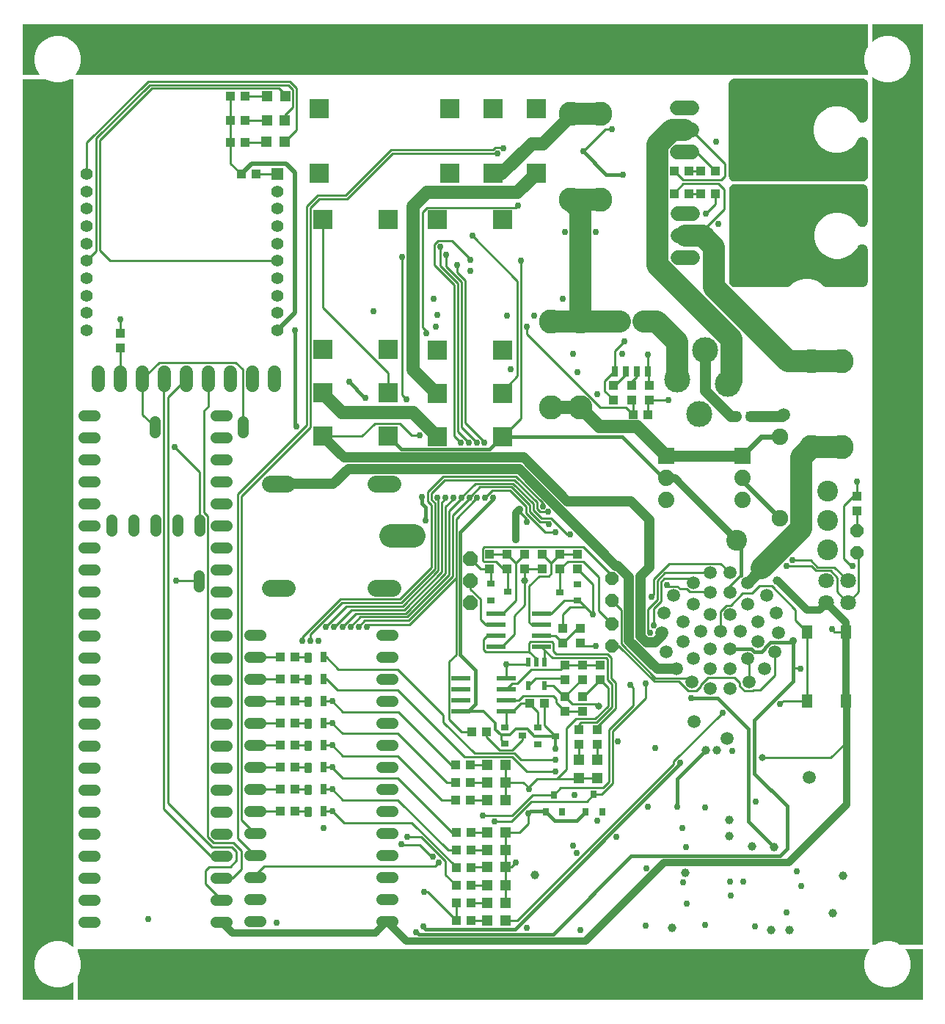
<source format=gbr>
G04 EAGLE Gerber RS-274X export*
G75*
%MOMM*%
%FSLAX34Y34*%
%LPD*%
%INTop Copper*%
%IPPOS*%
%AMOC8*
5,1,8,0,0,1.08239X$1,22.5*%
G01*
%ADD10C,2.794000*%
%ADD11R,1.100000X1.000000*%
%ADD12R,1.000000X1.100000*%
%ADD13C,1.905000*%
%ADD14P,1.814519X8X292.500000*%
%ADD15P,1.649562X8X202.500000*%
%ADD16R,0.900000X0.800000*%
%ADD17R,0.800000X0.900000*%
%ADD18R,0.800000X1.200000*%
%ADD19C,0.240000*%
%ADD20R,2.250000X2.250000*%
%ADD21C,1.981200*%
%ADD22C,2.705100*%
%ADD23R,1.200000X1.200000*%
%ADD24C,1.524000*%
%ADD25R,1.879600X1.879600*%
%ADD26C,1.879600*%
%ADD27R,1.300000X1.550000*%
%ADD28C,2.400300*%
%ADD29R,2.200000X0.600000*%
%ADD30C,1.676400*%
%ADD31R,0.550000X1.000000*%
%ADD32C,1.308000*%
%ADD33C,1.422400*%
%ADD34R,1.422400X1.422400*%
%ADD35R,0.760000X1.270000*%
%ADD36C,1.508000*%
%ADD37C,3.000000*%
%ADD38C,1.800000*%
%ADD39P,1.649562X8X22.500000*%
%ADD40C,0.254000*%
%ADD41C,0.906400*%
%ADD42C,0.806400*%
%ADD43C,0.756400*%
%ADD44C,0.406400*%
%ADD45C,0.812800*%
%ADD46C,0.355600*%
%ADD47C,0.381000*%
%ADD48C,1.006400*%
%ADD49C,0.508000*%
%ADD50C,1.270000*%
%ADD51C,0.609600*%
%ADD52C,0.304800*%
%ADD53C,2.540000*%
%ADD54C,1.143000*%
%ADD55C,1.500000*%
%ADD56C,1.056400*%
%ADD57C,0.856400*%

G36*
X12702Y-43178D02*
X12702Y-43178D01*
X12704Y-43179D01*
X12747Y-43159D01*
X12791Y-43141D01*
X12791Y-43139D01*
X12793Y-43138D01*
X12826Y-43053D01*
X12826Y-22657D01*
X12826Y-22656D01*
X12826Y-22655D01*
X12807Y-22611D01*
X12788Y-22566D01*
X12787Y-22566D01*
X12786Y-22565D01*
X12741Y-22548D01*
X12696Y-22530D01*
X12695Y-22531D01*
X12694Y-22531D01*
X12611Y-22567D01*
X11296Y-23882D01*
X5214Y-27393D01*
X-1569Y-29211D01*
X-8591Y-29211D01*
X-15374Y-27393D01*
X-21456Y-23882D01*
X-26422Y-18916D01*
X-29933Y-12834D01*
X-31751Y-6051D01*
X-31751Y971D01*
X-29933Y7754D01*
X-26422Y13836D01*
X-21456Y18802D01*
X-15374Y22313D01*
X-8591Y24131D01*
X-1569Y24131D01*
X5214Y22313D01*
X11296Y18802D01*
X12611Y17487D01*
X12612Y17487D01*
X12612Y17486D01*
X12658Y17468D01*
X12702Y17450D01*
X12703Y17451D01*
X12704Y17450D01*
X12748Y17471D01*
X12792Y17490D01*
X12792Y17491D01*
X12793Y17492D01*
X12826Y17577D01*
X12826Y1018540D01*
X12825Y1018542D01*
X12826Y1018544D01*
X12806Y1018587D01*
X12788Y1018631D01*
X12786Y1018631D01*
X12785Y1018633D01*
X12700Y1018666D01*
X8919Y1018666D01*
X8893Y1018655D01*
X8856Y1018649D01*
X5214Y1016547D01*
X-1569Y1014729D01*
X-8591Y1014729D01*
X-15374Y1016547D01*
X-19016Y1018649D01*
X-19045Y1018653D01*
X-19079Y1018666D01*
X-45593Y1018666D01*
X-45595Y1018665D01*
X-45597Y1018666D01*
X-45640Y1018646D01*
X-45684Y1018628D01*
X-45684Y1018626D01*
X-45686Y1018625D01*
X-45719Y1018540D01*
X-45719Y-43053D01*
X-45718Y-43055D01*
X-45719Y-43057D01*
X-45699Y-43100D01*
X-45681Y-43144D01*
X-45679Y-43144D01*
X-45678Y-43146D01*
X-45593Y-43179D01*
X12700Y-43179D01*
X12702Y-43178D01*
G37*
G36*
X938527Y20205D02*
X938527Y20205D01*
X938564Y20211D01*
X942206Y22313D01*
X948989Y24131D01*
X956011Y24131D01*
X962794Y22313D01*
X966436Y20211D01*
X966465Y20207D01*
X966499Y20194D01*
X993013Y20194D01*
X993015Y20195D01*
X993017Y20194D01*
X993060Y20214D01*
X993104Y20232D01*
X993104Y20234D01*
X993106Y20235D01*
X993139Y20320D01*
X993139Y1081913D01*
X993138Y1081915D01*
X993139Y1081917D01*
X993119Y1081960D01*
X993101Y1082004D01*
X993099Y1082004D01*
X993098Y1082006D01*
X993013Y1082039D01*
X934720Y1082039D01*
X934718Y1082038D01*
X934716Y1082039D01*
X934673Y1082019D01*
X934629Y1082001D01*
X934629Y1081999D01*
X934627Y1081998D01*
X934594Y1081913D01*
X934594Y1061517D01*
X934594Y1061516D01*
X934594Y1061515D01*
X934613Y1061471D01*
X934632Y1061426D01*
X934633Y1061426D01*
X934634Y1061425D01*
X934679Y1061408D01*
X934724Y1061390D01*
X934725Y1061391D01*
X934726Y1061391D01*
X934809Y1061427D01*
X936124Y1062742D01*
X942206Y1066253D01*
X948989Y1068071D01*
X956011Y1068071D01*
X962794Y1066253D01*
X968876Y1062742D01*
X973842Y1057776D01*
X977353Y1051694D01*
X979171Y1044911D01*
X979171Y1037889D01*
X977353Y1031106D01*
X973842Y1025024D01*
X968876Y1020058D01*
X962794Y1016547D01*
X956011Y1014729D01*
X948989Y1014729D01*
X942206Y1016547D01*
X936124Y1020058D01*
X934809Y1021373D01*
X934808Y1021373D01*
X934808Y1021374D01*
X934762Y1021392D01*
X934718Y1021410D01*
X934717Y1021409D01*
X934716Y1021410D01*
X934672Y1021389D01*
X934628Y1021370D01*
X934628Y1021369D01*
X934627Y1021368D01*
X934594Y1021283D01*
X934594Y20320D01*
X934595Y20318D01*
X934594Y20316D01*
X934614Y20273D01*
X934632Y20229D01*
X934634Y20229D01*
X934635Y20227D01*
X934720Y20194D01*
X938501Y20194D01*
X938527Y20205D01*
G37*
G36*
X-25196Y1023494D02*
X-25196Y1023494D01*
X-25195Y1023494D01*
X-25151Y1023513D01*
X-25106Y1023532D01*
X-25106Y1023533D01*
X-25105Y1023534D01*
X-25088Y1023579D01*
X-25070Y1023624D01*
X-25071Y1023625D01*
X-25071Y1023626D01*
X-25107Y1023709D01*
X-26422Y1025024D01*
X-29933Y1031106D01*
X-31751Y1037889D01*
X-31751Y1044911D01*
X-29933Y1051694D01*
X-26422Y1057776D01*
X-21456Y1062742D01*
X-15374Y1066253D01*
X-8591Y1068071D01*
X-1569Y1068071D01*
X5214Y1066253D01*
X11296Y1062742D01*
X16262Y1057776D01*
X19773Y1051694D01*
X21591Y1044911D01*
X21591Y1037889D01*
X19773Y1031106D01*
X16262Y1025024D01*
X14947Y1023709D01*
X14947Y1023708D01*
X14946Y1023708D01*
X14928Y1023662D01*
X14910Y1023618D01*
X14911Y1023617D01*
X14910Y1023616D01*
X14931Y1023572D01*
X14950Y1023528D01*
X14951Y1023528D01*
X14952Y1023527D01*
X15037Y1023494D01*
X929640Y1023494D01*
X929642Y1023495D01*
X929644Y1023494D01*
X929687Y1023514D01*
X929731Y1023532D01*
X929731Y1023534D01*
X929733Y1023535D01*
X929766Y1023620D01*
X929766Y1027401D01*
X929762Y1027411D01*
X929762Y1027412D01*
X929755Y1027427D01*
X929749Y1027464D01*
X927647Y1031106D01*
X925829Y1037889D01*
X925829Y1044911D01*
X927647Y1051694D01*
X929749Y1055336D01*
X929753Y1055365D01*
X929766Y1055399D01*
X929766Y1081913D01*
X929765Y1081915D01*
X929766Y1081917D01*
X929746Y1081960D01*
X929728Y1082004D01*
X929726Y1082004D01*
X929725Y1082006D01*
X929640Y1082039D01*
X-45593Y1082039D01*
X-45595Y1082038D01*
X-45597Y1082039D01*
X-45640Y1082019D01*
X-45684Y1082001D01*
X-45684Y1081999D01*
X-45686Y1081998D01*
X-45719Y1081913D01*
X-45719Y1023620D01*
X-45718Y1023618D01*
X-45719Y1023616D01*
X-45699Y1023573D01*
X-45681Y1023529D01*
X-45679Y1023529D01*
X-45678Y1023527D01*
X-45593Y1023494D01*
X-25197Y1023494D01*
X-25196Y1023494D01*
G37*
G36*
X993015Y-43178D02*
X993015Y-43178D01*
X993017Y-43179D01*
X993060Y-43159D01*
X993104Y-43141D01*
X993104Y-43139D01*
X993106Y-43138D01*
X993139Y-43053D01*
X993139Y15240D01*
X993138Y15242D01*
X993139Y15244D01*
X993119Y15287D01*
X993101Y15331D01*
X993099Y15331D01*
X993098Y15333D01*
X993013Y15366D01*
X972617Y15366D01*
X972616Y15366D01*
X972615Y15366D01*
X972571Y15347D01*
X972526Y15328D01*
X972526Y15327D01*
X972525Y15326D01*
X972508Y15281D01*
X972490Y15236D01*
X972491Y15235D01*
X972491Y15234D01*
X972527Y15151D01*
X973842Y13836D01*
X977353Y7754D01*
X979171Y971D01*
X979171Y-6051D01*
X977353Y-12834D01*
X973842Y-18916D01*
X968876Y-23882D01*
X962794Y-27393D01*
X956011Y-29211D01*
X948989Y-29211D01*
X942206Y-27393D01*
X936124Y-23882D01*
X931158Y-18916D01*
X927647Y-12834D01*
X925829Y-6051D01*
X925829Y971D01*
X927647Y7754D01*
X931158Y13836D01*
X932473Y15151D01*
X932473Y15152D01*
X932474Y15152D01*
X932492Y15198D01*
X932510Y15242D01*
X932509Y15243D01*
X932510Y15244D01*
X932489Y15288D01*
X932470Y15332D01*
X932469Y15332D01*
X932468Y15333D01*
X932383Y15366D01*
X17780Y15366D01*
X17778Y15365D01*
X17776Y15366D01*
X17733Y15346D01*
X17689Y15328D01*
X17689Y15326D01*
X17687Y15325D01*
X17654Y15240D01*
X17654Y11459D01*
X17665Y11433D01*
X17671Y11396D01*
X19773Y7754D01*
X21591Y971D01*
X21591Y-6051D01*
X19773Y-12834D01*
X17671Y-16476D01*
X17667Y-16505D01*
X17654Y-16539D01*
X17654Y-43053D01*
X17655Y-43055D01*
X17654Y-43057D01*
X17674Y-43100D01*
X17692Y-43144D01*
X17694Y-43144D01*
X17695Y-43146D01*
X17780Y-43179D01*
X993013Y-43179D01*
X993015Y-43178D01*
G37*
G36*
X923547Y900431D02*
X923547Y900431D01*
X923550Y900431D01*
X923897Y900451D01*
X924255Y900471D01*
X924258Y900471D01*
X924261Y900471D01*
X924601Y900530D01*
X924958Y900590D01*
X924960Y900591D01*
X924963Y900591D01*
X925308Y900691D01*
X925642Y900787D01*
X925645Y900789D01*
X925648Y900789D01*
X925972Y900924D01*
X926300Y901060D01*
X926303Y901062D01*
X926305Y901063D01*
X926617Y901235D01*
X926924Y901405D01*
X926926Y901407D01*
X926929Y901408D01*
X927226Y901619D01*
X927505Y901818D01*
X927507Y901819D01*
X927509Y901821D01*
X927777Y902061D01*
X928036Y902292D01*
X928038Y902295D01*
X928040Y902296D01*
X928278Y902564D01*
X928510Y902824D01*
X928512Y902826D01*
X928514Y902828D01*
X928712Y903109D01*
X928922Y903405D01*
X928924Y903408D01*
X928925Y903410D01*
X929088Y903706D01*
X929266Y904029D01*
X929267Y904032D01*
X929269Y904034D01*
X929400Y904352D01*
X929538Y904687D01*
X929539Y904690D01*
X929540Y904693D01*
X929635Y905022D01*
X929735Y905372D01*
X929736Y905375D01*
X929736Y905378D01*
X929796Y905731D01*
X929854Y906074D01*
X929854Y906077D01*
X929855Y906080D01*
X929893Y906780D01*
X929893Y945553D01*
X929887Y945673D01*
X929889Y945793D01*
X929867Y946028D01*
X929853Y946264D01*
X929833Y946383D01*
X929822Y946502D01*
X929774Y946734D01*
X929734Y946967D01*
X929701Y947082D01*
X929676Y947199D01*
X929602Y947424D01*
X929537Y947651D01*
X929491Y947762D01*
X929453Y947876D01*
X929354Y948091D01*
X929264Y948309D01*
X929206Y948414D01*
X929156Y948523D01*
X929033Y948726D01*
X928919Y948933D01*
X928850Y949030D01*
X928788Y949133D01*
X928643Y949321D01*
X928507Y949514D01*
X928427Y949603D01*
X928354Y949698D01*
X928189Y949869D01*
X928032Y950045D01*
X927942Y950124D01*
X927859Y950211D01*
X927677Y950362D01*
X927500Y950519D01*
X927402Y950589D01*
X927310Y950665D01*
X927112Y950794D01*
X926919Y950931D01*
X926814Y950989D01*
X926714Y951055D01*
X926503Y951161D01*
X926295Y951275D01*
X926184Y951321D01*
X926077Y951375D01*
X925855Y951457D01*
X925637Y951548D01*
X925522Y951581D01*
X925409Y951622D01*
X925180Y951679D01*
X924952Y951744D01*
X924834Y951764D01*
X924718Y951793D01*
X924483Y951824D01*
X924250Y951863D01*
X924130Y951870D01*
X924011Y951885D01*
X923775Y951889D01*
X923538Y951902D01*
X923418Y951896D01*
X923299Y951898D01*
X923063Y951875D01*
X922827Y951862D01*
X922709Y951842D01*
X922590Y951830D01*
X922357Y951781D01*
X922125Y951742D01*
X922010Y951708D01*
X921892Y951684D01*
X921667Y951609D01*
X921440Y951544D01*
X921330Y951498D01*
X921216Y951460D01*
X921001Y951361D01*
X920783Y951270D01*
X920678Y951212D01*
X920569Y951162D01*
X920366Y951040D01*
X920159Y950925D01*
X920062Y950856D01*
X919959Y950794D01*
X919772Y950649D01*
X919579Y950512D01*
X919490Y950432D01*
X919395Y950359D01*
X919224Y950194D01*
X919048Y950037D01*
X918969Y949947D01*
X918882Y949864D01*
X918732Y949682D01*
X918574Y949505D01*
X918505Y949407D01*
X918429Y949315D01*
X918296Y949112D01*
X918163Y948923D01*
X918109Y948825D01*
X918045Y948728D01*
X915168Y943744D01*
X910202Y938778D01*
X904120Y935267D01*
X897337Y933449D01*
X890315Y933449D01*
X883532Y935267D01*
X877450Y938778D01*
X872484Y943744D01*
X868973Y949826D01*
X867155Y956609D01*
X867155Y963631D01*
X868973Y970414D01*
X872484Y976496D01*
X877450Y981462D01*
X883532Y984973D01*
X890315Y986791D01*
X897337Y986791D01*
X904120Y984973D01*
X910202Y981462D01*
X915168Y976496D01*
X918045Y971512D01*
X918111Y971412D01*
X918169Y971307D01*
X918306Y971114D01*
X918436Y970916D01*
X918512Y970824D01*
X918582Y970726D01*
X918739Y970550D01*
X918890Y970368D01*
X918977Y970284D01*
X919056Y970195D01*
X919233Y970038D01*
X919403Y969874D01*
X919499Y969801D01*
X919588Y969721D01*
X919781Y969584D01*
X919969Y969440D01*
X920071Y969378D01*
X920169Y969309D01*
X920377Y969194D01*
X920579Y969072D01*
X920688Y969023D01*
X920793Y968965D01*
X921012Y968874D01*
X921227Y968776D01*
X921341Y968738D01*
X921451Y968692D01*
X921678Y968627D01*
X921903Y968553D01*
X922021Y968529D01*
X922136Y968496D01*
X922369Y968456D01*
X922601Y968408D01*
X922720Y968397D01*
X922838Y968377D01*
X923075Y968364D01*
X923310Y968342D01*
X923430Y968344D01*
X923550Y968338D01*
X923786Y968351D01*
X924023Y968356D01*
X924141Y968371D01*
X924261Y968378D01*
X924494Y968418D01*
X924729Y968449D01*
X924845Y968478D01*
X924963Y968498D01*
X925191Y968564D01*
X925420Y968621D01*
X925532Y968663D01*
X925648Y968696D01*
X925866Y968787D01*
X926088Y968870D01*
X926195Y968924D01*
X926305Y968970D01*
X926513Y969084D01*
X926724Y969191D01*
X926824Y969257D01*
X926929Y969315D01*
X927121Y969452D01*
X927319Y969582D01*
X927412Y969659D01*
X927509Y969728D01*
X927685Y969886D01*
X927867Y970037D01*
X927950Y970123D01*
X928040Y970203D01*
X928197Y970380D01*
X928361Y970551D01*
X928434Y970646D01*
X928514Y970735D01*
X928650Y970929D01*
X928794Y971116D01*
X928856Y971219D01*
X928925Y971317D01*
X929039Y971524D01*
X929161Y971727D01*
X929211Y971836D01*
X929269Y971941D01*
X929359Y972159D01*
X929457Y972375D01*
X929495Y972489D01*
X929540Y972600D01*
X929605Y972827D01*
X929679Y973052D01*
X929703Y973169D01*
X929736Y973284D01*
X929776Y973518D01*
X929824Y973749D01*
X929835Y973869D01*
X929855Y973987D01*
X929868Y974229D01*
X929889Y974459D01*
X929887Y974572D01*
X929893Y974687D01*
X929893Y1012698D01*
X929893Y1012701D01*
X929893Y1012704D01*
X929873Y1013051D01*
X929853Y1013409D01*
X929853Y1013412D01*
X929853Y1013415D01*
X929794Y1013755D01*
X929734Y1014112D01*
X929733Y1014114D01*
X929733Y1014117D01*
X929633Y1014462D01*
X929537Y1014796D01*
X929535Y1014799D01*
X929535Y1014802D01*
X929400Y1015126D01*
X929264Y1015454D01*
X929262Y1015457D01*
X929261Y1015459D01*
X929089Y1015771D01*
X928919Y1016078D01*
X928917Y1016080D01*
X928916Y1016083D01*
X928705Y1016380D01*
X928507Y1016659D01*
X928505Y1016661D01*
X928503Y1016663D01*
X928263Y1016931D01*
X928032Y1017190D01*
X928029Y1017192D01*
X928028Y1017194D01*
X927760Y1017432D01*
X927500Y1017664D01*
X927498Y1017666D01*
X927496Y1017668D01*
X927215Y1017866D01*
X926919Y1018076D01*
X926916Y1018078D01*
X926914Y1018079D01*
X926618Y1018242D01*
X926295Y1018420D01*
X926292Y1018421D01*
X926290Y1018423D01*
X925972Y1018554D01*
X925637Y1018692D01*
X925634Y1018693D01*
X925631Y1018694D01*
X925302Y1018789D01*
X924952Y1018889D01*
X924949Y1018890D01*
X924947Y1018890D01*
X924593Y1018950D01*
X924250Y1019008D01*
X924247Y1019008D01*
X924244Y1019009D01*
X923544Y1019047D01*
X775716Y1019047D01*
X775713Y1019047D01*
X775710Y1019047D01*
X775363Y1019027D01*
X775005Y1019007D01*
X775002Y1019007D01*
X774999Y1019007D01*
X774659Y1018948D01*
X774302Y1018888D01*
X774300Y1018887D01*
X774297Y1018887D01*
X773952Y1018787D01*
X773618Y1018691D01*
X773615Y1018689D01*
X773612Y1018689D01*
X773288Y1018554D01*
X772960Y1018418D01*
X772957Y1018416D01*
X772955Y1018415D01*
X772643Y1018243D01*
X772336Y1018073D01*
X772334Y1018071D01*
X772331Y1018070D01*
X772034Y1017859D01*
X771755Y1017661D01*
X771753Y1017659D01*
X771751Y1017657D01*
X771483Y1017417D01*
X771224Y1017186D01*
X771223Y1017183D01*
X771220Y1017182D01*
X770982Y1016914D01*
X770750Y1016654D01*
X770748Y1016652D01*
X770746Y1016650D01*
X770548Y1016369D01*
X770338Y1016073D01*
X770337Y1016070D01*
X770335Y1016068D01*
X770172Y1015772D01*
X769994Y1015449D01*
X769993Y1015446D01*
X769991Y1015444D01*
X769860Y1015126D01*
X769722Y1014791D01*
X769721Y1014788D01*
X769720Y1014785D01*
X769626Y1014456D01*
X769525Y1014106D01*
X769524Y1014103D01*
X769524Y1014101D01*
X769463Y1013743D01*
X769406Y1013404D01*
X769406Y1013401D01*
X769405Y1013398D01*
X769367Y1012698D01*
X769367Y906780D01*
X769367Y906777D01*
X769367Y906774D01*
X769387Y906427D01*
X769407Y906069D01*
X769407Y906066D01*
X769407Y906063D01*
X769466Y905723D01*
X769526Y905366D01*
X769527Y905364D01*
X769527Y905361D01*
X769627Y905016D01*
X769723Y904682D01*
X769725Y904679D01*
X769725Y904676D01*
X769860Y904352D01*
X769996Y904024D01*
X769998Y904021D01*
X769999Y904019D01*
X770171Y903707D01*
X770341Y903400D01*
X770343Y903398D01*
X770344Y903395D01*
X770555Y903098D01*
X770754Y902819D01*
X770755Y902817D01*
X770757Y902815D01*
X770997Y902547D01*
X771228Y902288D01*
X771231Y902287D01*
X771232Y902284D01*
X771500Y902046D01*
X771760Y901814D01*
X771762Y901812D01*
X771764Y901810D01*
X772045Y901612D01*
X772341Y901402D01*
X772344Y901401D01*
X772346Y901399D01*
X772642Y901236D01*
X772965Y901058D01*
X772968Y901057D01*
X772970Y901055D01*
X773288Y900924D01*
X773623Y900786D01*
X773626Y900785D01*
X773629Y900784D01*
X773958Y900690D01*
X774308Y900589D01*
X774311Y900588D01*
X774314Y900588D01*
X774667Y900528D01*
X775010Y900470D01*
X775013Y900470D01*
X775016Y900469D01*
X775716Y900431D01*
X923544Y900431D01*
X923547Y900431D01*
G37*
G36*
X836436Y778765D02*
X836436Y778765D01*
X836440Y778765D01*
X836794Y778785D01*
X837143Y778805D01*
X837147Y778805D01*
X837152Y778806D01*
X837502Y778866D01*
X837845Y778924D01*
X837849Y778925D01*
X837854Y778926D01*
X838206Y779028D01*
X838530Y779121D01*
X838534Y779123D01*
X838538Y779124D01*
X838864Y779260D01*
X839188Y779394D01*
X839192Y779396D01*
X839196Y779398D01*
X839503Y779568D01*
X839812Y779739D01*
X839815Y779741D01*
X839819Y779744D01*
X840118Y779956D01*
X840392Y780152D01*
X840395Y780154D01*
X840399Y780157D01*
X840921Y780624D01*
X843099Y782803D01*
X849179Y786313D01*
X855960Y788129D01*
X862980Y788129D01*
X869760Y786313D01*
X875840Y782803D01*
X878018Y780624D01*
X878021Y780622D01*
X878024Y780618D01*
X878287Y780384D01*
X878549Y780150D01*
X878553Y780147D01*
X878556Y780144D01*
X878840Y779943D01*
X879130Y779738D01*
X879134Y779735D01*
X879137Y779733D01*
X879448Y779562D01*
X879754Y779393D01*
X879758Y779391D01*
X879761Y779389D01*
X880086Y779255D01*
X880412Y779121D01*
X880416Y779119D01*
X880420Y779118D01*
X880759Y779021D01*
X881097Y778924D01*
X881101Y778923D01*
X881105Y778922D01*
X881461Y778862D01*
X881799Y778804D01*
X881803Y778804D01*
X881808Y778803D01*
X882507Y778765D01*
X923290Y778765D01*
X923293Y778765D01*
X923296Y778765D01*
X923643Y778785D01*
X924001Y778805D01*
X924004Y778805D01*
X924007Y778805D01*
X924347Y778864D01*
X924704Y778924D01*
X924706Y778925D01*
X924709Y778925D01*
X925054Y779025D01*
X925388Y779121D01*
X925391Y779123D01*
X925394Y779123D01*
X925718Y779258D01*
X926046Y779394D01*
X926049Y779396D01*
X926051Y779397D01*
X926363Y779569D01*
X926670Y779739D01*
X926672Y779741D01*
X926675Y779742D01*
X926972Y779953D01*
X927251Y780152D01*
X927253Y780153D01*
X927255Y780155D01*
X927523Y780395D01*
X927782Y780626D01*
X927784Y780629D01*
X927786Y780630D01*
X928024Y780898D01*
X928256Y781158D01*
X928258Y781160D01*
X928260Y781162D01*
X928458Y781443D01*
X928668Y781739D01*
X928670Y781742D01*
X928671Y781744D01*
X928834Y782040D01*
X929012Y782363D01*
X929013Y782366D01*
X929015Y782368D01*
X929146Y782686D01*
X929284Y783021D01*
X929285Y783024D01*
X929286Y783027D01*
X929381Y783356D01*
X929481Y783706D01*
X929482Y783709D01*
X929482Y783712D01*
X929542Y784065D01*
X929600Y784408D01*
X929600Y784411D01*
X929601Y784414D01*
X929639Y785114D01*
X929639Y821619D01*
X929633Y821739D01*
X929635Y821859D01*
X929613Y822094D01*
X929599Y822331D01*
X929579Y822449D01*
X929568Y822568D01*
X929520Y822800D01*
X929480Y823033D01*
X929447Y823148D01*
X929422Y823265D01*
X929348Y823490D01*
X929283Y823718D01*
X929237Y823828D01*
X929199Y823942D01*
X929100Y824157D01*
X929010Y824376D01*
X928952Y824481D01*
X928902Y824589D01*
X928779Y824792D01*
X928665Y824999D01*
X928596Y825097D01*
X928534Y825199D01*
X928389Y825387D01*
X928253Y825580D01*
X928173Y825669D01*
X928100Y825764D01*
X927935Y825935D01*
X927778Y826111D01*
X927688Y826191D01*
X927605Y826277D01*
X927423Y826428D01*
X927246Y826585D01*
X927148Y826655D01*
X927056Y826731D01*
X926858Y826860D01*
X926665Y826997D01*
X926560Y827055D01*
X926460Y827121D01*
X926249Y827227D01*
X926041Y827342D01*
X925930Y827387D01*
X925823Y827441D01*
X925602Y827523D01*
X925383Y827614D01*
X925268Y827647D01*
X925155Y827688D01*
X924926Y827745D01*
X924698Y827811D01*
X924580Y827831D01*
X924464Y827859D01*
X924229Y827890D01*
X923996Y827929D01*
X923876Y827936D01*
X923757Y827951D01*
X923521Y827956D01*
X923284Y827969D01*
X923164Y827962D01*
X923045Y827964D01*
X922809Y827941D01*
X922573Y827928D01*
X922455Y827908D01*
X922336Y827896D01*
X922104Y827848D01*
X921871Y827808D01*
X921756Y827775D01*
X921638Y827750D01*
X921413Y827676D01*
X921186Y827610D01*
X921076Y827564D01*
X920962Y827526D01*
X920747Y827427D01*
X920529Y827337D01*
X920424Y827279D01*
X920315Y827228D01*
X920112Y827106D01*
X919905Y826991D01*
X919808Y826922D01*
X919705Y826860D01*
X919517Y826715D01*
X919325Y826578D01*
X919236Y826498D01*
X919141Y826425D01*
X918970Y826261D01*
X918794Y826103D01*
X918715Y826013D01*
X918628Y825930D01*
X918478Y825748D01*
X918320Y825571D01*
X918251Y825473D01*
X918175Y825381D01*
X918042Y825178D01*
X917909Y824989D01*
X917855Y824891D01*
X917791Y824794D01*
X915930Y821570D01*
X910964Y816604D01*
X904882Y813093D01*
X898099Y811275D01*
X891077Y811275D01*
X884294Y813093D01*
X878212Y816604D01*
X873246Y821570D01*
X869735Y827652D01*
X867917Y834435D01*
X867917Y841457D01*
X869735Y848240D01*
X873246Y854322D01*
X878212Y859288D01*
X884294Y862799D01*
X891077Y864617D01*
X898099Y864617D01*
X904882Y862799D01*
X910964Y859288D01*
X915930Y854322D01*
X917791Y851098D01*
X917857Y850998D01*
X917915Y850893D01*
X918052Y850701D01*
X918182Y850502D01*
X918258Y850409D01*
X918328Y850312D01*
X918485Y850136D01*
X918636Y849953D01*
X918723Y849870D01*
X918802Y849781D01*
X918979Y849624D01*
X919149Y849459D01*
X919245Y849386D01*
X919334Y849307D01*
X919527Y849170D01*
X919715Y849026D01*
X919817Y848964D01*
X919915Y848895D01*
X920123Y848780D01*
X920325Y848658D01*
X920434Y848608D01*
X920539Y848550D01*
X920758Y848460D01*
X920973Y848361D01*
X921087Y848324D01*
X921197Y848278D01*
X921425Y848213D01*
X921649Y848139D01*
X921767Y848115D01*
X921882Y848081D01*
X922115Y848042D01*
X922347Y847994D01*
X922466Y847983D01*
X922584Y847963D01*
X922821Y847950D01*
X923056Y847928D01*
X923176Y847930D01*
X923296Y847923D01*
X923532Y847937D01*
X923769Y847941D01*
X923887Y847957D01*
X924007Y847964D01*
X924240Y848004D01*
X924475Y848035D01*
X924591Y848064D01*
X924709Y848084D01*
X924937Y848150D01*
X925166Y848207D01*
X925278Y848249D01*
X925394Y848282D01*
X925612Y848373D01*
X925834Y848455D01*
X925941Y848509D01*
X926051Y848555D01*
X926259Y848670D01*
X926470Y848777D01*
X926570Y848843D01*
X926675Y848901D01*
X926867Y849038D01*
X927065Y849168D01*
X927158Y849244D01*
X927255Y849314D01*
X927431Y849471D01*
X927613Y849623D01*
X927697Y849709D01*
X927786Y849789D01*
X927943Y849966D01*
X928107Y850136D01*
X928180Y850231D01*
X928260Y850321D01*
X928396Y850514D01*
X928540Y850702D01*
X928602Y850805D01*
X928671Y850903D01*
X928785Y851110D01*
X928907Y851313D01*
X928957Y851422D01*
X929015Y851527D01*
X929105Y851745D01*
X929203Y851961D01*
X929241Y852074D01*
X929286Y852185D01*
X929351Y852413D01*
X929425Y852638D01*
X929449Y852755D01*
X929482Y852870D01*
X929522Y853104D01*
X929570Y853335D01*
X929581Y853454D01*
X929601Y853573D01*
X929614Y853815D01*
X929635Y854045D01*
X929633Y854157D01*
X929639Y854273D01*
X929639Y891032D01*
X929639Y891035D01*
X929639Y891038D01*
X929619Y891385D01*
X929599Y891743D01*
X929599Y891746D01*
X929599Y891749D01*
X929540Y892089D01*
X929480Y892446D01*
X929479Y892448D01*
X929479Y892451D01*
X929379Y892796D01*
X929283Y893130D01*
X929281Y893133D01*
X929281Y893136D01*
X929146Y893460D01*
X929010Y893788D01*
X929008Y893791D01*
X929007Y893793D01*
X928835Y894105D01*
X928665Y894412D01*
X928663Y894414D01*
X928662Y894417D01*
X928451Y894714D01*
X928253Y894993D01*
X928251Y894995D01*
X928249Y894997D01*
X928009Y895265D01*
X927778Y895524D01*
X927775Y895526D01*
X927774Y895528D01*
X927506Y895766D01*
X927246Y895998D01*
X927244Y896000D01*
X927242Y896002D01*
X926961Y896200D01*
X926665Y896410D01*
X926662Y896412D01*
X926660Y896413D01*
X926364Y896576D01*
X926041Y896754D01*
X926038Y896755D01*
X926036Y896757D01*
X925718Y896888D01*
X925383Y897026D01*
X925380Y897027D01*
X925377Y897028D01*
X925048Y897123D01*
X924698Y897223D01*
X924695Y897224D01*
X924693Y897224D01*
X924339Y897284D01*
X923996Y897342D01*
X923993Y897342D01*
X923990Y897343D01*
X923290Y897381D01*
X775970Y897381D01*
X775967Y897381D01*
X775964Y897381D01*
X775617Y897361D01*
X775259Y897341D01*
X775256Y897341D01*
X775253Y897341D01*
X774913Y897282D01*
X774556Y897222D01*
X774554Y897221D01*
X774551Y897221D01*
X774206Y897121D01*
X773872Y897025D01*
X773869Y897023D01*
X773866Y897023D01*
X773542Y896888D01*
X773214Y896752D01*
X773211Y896750D01*
X773209Y896749D01*
X772897Y896577D01*
X772590Y896407D01*
X772588Y896405D01*
X772585Y896404D01*
X772288Y896193D01*
X772009Y895995D01*
X772007Y895993D01*
X772005Y895991D01*
X771737Y895751D01*
X771478Y895520D01*
X771477Y895517D01*
X771474Y895516D01*
X771236Y895248D01*
X771004Y894988D01*
X771002Y894986D01*
X771000Y894984D01*
X770802Y894703D01*
X770592Y894407D01*
X770591Y894404D01*
X770589Y894402D01*
X770426Y894106D01*
X770248Y893783D01*
X770247Y893780D01*
X770245Y893778D01*
X770114Y893460D01*
X769976Y893125D01*
X769975Y893122D01*
X769974Y893119D01*
X769880Y892790D01*
X769779Y892440D01*
X769778Y892437D01*
X769778Y892435D01*
X769717Y892077D01*
X769660Y891738D01*
X769660Y891735D01*
X769659Y891732D01*
X769621Y891032D01*
X769621Y785114D01*
X769621Y785111D01*
X769621Y785108D01*
X769641Y784761D01*
X769661Y784403D01*
X769661Y784400D01*
X769661Y784397D01*
X769720Y784057D01*
X769780Y783700D01*
X769781Y783698D01*
X769781Y783695D01*
X769881Y783350D01*
X769977Y783016D01*
X769979Y783013D01*
X769979Y783010D01*
X770114Y782686D01*
X770250Y782358D01*
X770252Y782355D01*
X770253Y782353D01*
X770425Y782041D01*
X770595Y781734D01*
X770597Y781732D01*
X770598Y781729D01*
X770809Y781432D01*
X771008Y781153D01*
X771009Y781151D01*
X771011Y781149D01*
X771251Y780881D01*
X771482Y780622D01*
X771485Y780621D01*
X771486Y780618D01*
X771754Y780380D01*
X772014Y780148D01*
X772016Y780146D01*
X772018Y780144D01*
X772299Y779946D01*
X772595Y779736D01*
X772598Y779734D01*
X772600Y779733D01*
X772896Y779570D01*
X773219Y779392D01*
X773222Y779391D01*
X773224Y779389D01*
X773542Y779258D01*
X773877Y779120D01*
X773880Y779119D01*
X773883Y779118D01*
X774212Y779024D01*
X774562Y778923D01*
X774565Y778922D01*
X774568Y778922D01*
X774921Y778862D01*
X775264Y778804D01*
X775267Y778804D01*
X775270Y778803D01*
X775970Y778765D01*
X836432Y778765D01*
X836436Y778765D01*
G37*
D10*
X597916Y738632D03*
X563880Y738632D03*
X597916Y639572D03*
X563880Y639572D03*
X865124Y594106D03*
X899160Y594106D03*
X865124Y693166D03*
X899160Y693166D03*
X586994Y879348D03*
X621030Y879348D03*
X586994Y978408D03*
X621030Y978408D03*
D11*
X736990Y912876D03*
X753990Y912876D03*
X736990Y885952D03*
X753990Y885952D03*
D12*
X620522Y342510D03*
X620522Y325510D03*
X594868Y453780D03*
X594868Y470780D03*
X493014Y453780D03*
X493014Y470780D03*
D13*
X828548Y605790D03*
X828548Y511810D03*
D12*
X635762Y665344D03*
X635762Y648344D03*
X677926Y648344D03*
X677926Y665344D03*
D11*
X223638Y908812D03*
X206638Y908812D03*
D14*
X471424Y414274D03*
X471424Y465074D03*
X471424Y439674D03*
D15*
X917448Y472440D03*
X917448Y497840D03*
D16*
X549054Y251358D03*
X549054Y270358D03*
X569054Y260858D03*
X594708Y436220D03*
X594708Y417220D03*
X574708Y426720D03*
X494444Y417474D03*
X494444Y436474D03*
X514444Y426974D03*
D17*
X623164Y173388D03*
X604164Y173388D03*
X613664Y193388D03*
X576936Y173134D03*
X557936Y173134D03*
X567436Y193134D03*
D18*
X301608Y199390D03*
D19*
X286408Y204190D02*
X280808Y204190D01*
X286408Y204190D02*
X286408Y194590D01*
X280808Y194590D01*
X280808Y204190D01*
X280808Y196870D02*
X286408Y196870D01*
X286408Y199150D02*
X280808Y199150D01*
X280808Y201430D02*
X286408Y201430D01*
X286408Y203710D02*
X280808Y203710D01*
D18*
X301608Y224790D03*
D19*
X286408Y229590D02*
X280808Y229590D01*
X286408Y229590D02*
X286408Y219990D01*
X280808Y219990D01*
X280808Y229590D01*
X280808Y222270D02*
X286408Y222270D01*
X286408Y224550D02*
X280808Y224550D01*
X280808Y226830D02*
X286408Y226830D01*
X286408Y229110D02*
X280808Y229110D01*
D18*
X301608Y250190D03*
D19*
X286408Y254990D02*
X280808Y254990D01*
X286408Y254990D02*
X286408Y245390D01*
X280808Y245390D01*
X280808Y254990D01*
X280808Y247670D02*
X286408Y247670D01*
X286408Y249950D02*
X280808Y249950D01*
X280808Y252230D02*
X286408Y252230D01*
X286408Y254510D02*
X280808Y254510D01*
D18*
X301608Y351790D03*
D19*
X286408Y356590D02*
X280808Y356590D01*
X286408Y356590D02*
X286408Y346990D01*
X280808Y346990D01*
X280808Y356590D01*
X280808Y349270D02*
X286408Y349270D01*
X286408Y351550D02*
X280808Y351550D01*
X280808Y353830D02*
X286408Y353830D01*
X286408Y356110D02*
X280808Y356110D01*
D18*
X301608Y326390D03*
D19*
X286408Y331190D02*
X280808Y331190D01*
X286408Y331190D02*
X286408Y321590D01*
X280808Y321590D01*
X280808Y331190D01*
X280808Y323870D02*
X286408Y323870D01*
X286408Y326150D02*
X280808Y326150D01*
X280808Y328430D02*
X286408Y328430D01*
X286408Y330710D02*
X280808Y330710D01*
D18*
X301608Y300990D03*
D19*
X286408Y305790D02*
X280808Y305790D01*
X286408Y305790D02*
X286408Y296190D01*
X280808Y296190D01*
X280808Y305790D01*
X280808Y298470D02*
X286408Y298470D01*
X286408Y300750D02*
X280808Y300750D01*
X280808Y303030D02*
X286408Y303030D01*
X286408Y305310D02*
X280808Y305310D01*
D18*
X301608Y275590D03*
D19*
X286408Y280390D02*
X280808Y280390D01*
X286408Y280390D02*
X286408Y270790D01*
X280808Y270790D01*
X280808Y280390D01*
X280808Y273070D02*
X286408Y273070D01*
X286408Y275350D02*
X280808Y275350D01*
X280808Y277630D02*
X286408Y277630D01*
X286408Y279910D02*
X280808Y279910D01*
D18*
X301608Y173990D03*
D19*
X286408Y178790D02*
X280808Y178790D01*
X286408Y178790D02*
X286408Y169190D01*
X280808Y169190D01*
X280808Y178790D01*
X280808Y171470D02*
X286408Y171470D01*
X286408Y173750D02*
X280808Y173750D01*
X280808Y176030D02*
X286408Y176030D01*
X286408Y178310D02*
X280808Y178310D01*
D20*
X447040Y984758D03*
X497078Y984758D03*
X547116Y984758D03*
X547116Y909828D03*
X497078Y909828D03*
X447040Y909828D03*
X296926Y984758D03*
X296926Y909828D03*
D21*
X259588Y431800D02*
X239776Y431800D01*
X239776Y551688D02*
X259588Y551688D01*
X361696Y431800D02*
X381508Y431800D01*
X381508Y551688D02*
X361696Y551688D01*
D22*
X379159Y491744D02*
X406210Y491744D01*
D23*
X511642Y47752D03*
X490642Y47752D03*
X511388Y149606D03*
X490388Y149606D03*
X511388Y227838D03*
X490388Y227838D03*
X511388Y207518D03*
X490388Y207518D03*
X511642Y129286D03*
X490642Y129286D03*
X596138Y212512D03*
X596138Y233512D03*
X511642Y109474D03*
X490642Y109474D03*
X511642Y68072D03*
X490642Y68072D03*
X511642Y88646D03*
X490642Y88646D03*
X617474Y212512D03*
X617474Y233512D03*
X511388Y187198D03*
X490388Y187198D03*
X236642Y998982D03*
X257642Y998982D03*
X236134Y971296D03*
X257134Y971296D03*
X235880Y946404D03*
X256880Y946404D03*
D24*
X41910Y680212D02*
X41910Y664972D01*
X67310Y664972D02*
X67310Y680212D01*
X92710Y680212D02*
X92710Y664972D01*
X118110Y664972D02*
X118110Y680212D01*
X143510Y680212D02*
X143510Y664972D01*
X168910Y664972D02*
X168910Y680212D01*
X194310Y680212D02*
X194310Y664972D01*
X219710Y664972D02*
X219710Y680212D01*
X245110Y680212D02*
X245110Y664972D01*
D16*
X510954Y251866D03*
X510954Y270866D03*
X530954Y261366D03*
D12*
X600202Y342510D03*
X600202Y325510D03*
X579882Y342510D03*
X579882Y325510D03*
D11*
X454542Y68072D03*
X471542Y68072D03*
D12*
X554228Y470780D03*
X554228Y453780D03*
X596138Y268596D03*
X596138Y251596D03*
X617728Y268596D03*
X617728Y251596D03*
X574548Y453780D03*
X574548Y470780D03*
X513588Y453780D03*
X513588Y470780D03*
X600456Y306442D03*
X600456Y289442D03*
X580136Y289442D03*
X580136Y306442D03*
X577596Y385182D03*
X577596Y368182D03*
X597916Y385182D03*
X597916Y368182D03*
D11*
X556378Y298958D03*
X539378Y298958D03*
X454288Y186944D03*
X471288Y186944D03*
X454542Y88392D03*
X471542Y88392D03*
D12*
X917448Y537582D03*
X917448Y520582D03*
D11*
X777122Y629920D03*
X794122Y629920D03*
D12*
X657098Y665344D03*
X657098Y648344D03*
D11*
X676266Y631698D03*
X659266Y631698D03*
X194446Y998982D03*
X211446Y998982D03*
X194446Y971296D03*
X211446Y971296D03*
X194446Y945896D03*
X211446Y945896D03*
D12*
X67310Y725542D03*
X67310Y708542D03*
D11*
X268850Y199390D03*
X251850Y199390D03*
X268850Y224790D03*
X251850Y224790D03*
X268850Y250190D03*
X251850Y250190D03*
X268850Y351790D03*
X251850Y351790D03*
X268850Y326390D03*
X251850Y326390D03*
X268850Y300990D03*
X251850Y300990D03*
X268850Y275590D03*
X251850Y275590D03*
X268850Y173990D03*
X251850Y173990D03*
X706510Y912876D03*
X723510Y912876D03*
X706510Y885952D03*
X723510Y885952D03*
X454288Y227584D03*
X471288Y227584D03*
X454288Y207264D03*
X471288Y207264D03*
X454542Y47752D03*
X471542Y47752D03*
X454542Y129032D03*
X471542Y129032D03*
X454542Y149352D03*
X471542Y149352D03*
D12*
X533908Y470780D03*
X533908Y453780D03*
D11*
X454542Y108712D03*
X471542Y108712D03*
X489576Y265684D03*
X472576Y265684D03*
D25*
X784860Y583946D03*
D26*
X784860Y558546D03*
X784860Y533146D03*
D25*
X696722Y583946D03*
D26*
X696722Y558546D03*
X696722Y533146D03*
D27*
X904388Y301626D03*
X904388Y381126D03*
X859388Y301626D03*
X859388Y381126D03*
D28*
X883666Y543306D03*
X883666Y509778D03*
X778510Y486918D03*
D20*
X376174Y706628D03*
X376174Y656590D03*
X376174Y606552D03*
X301244Y606552D03*
X301244Y656590D03*
X301244Y706628D03*
X376174Y856742D03*
X301244Y856742D03*
X508254Y706120D03*
X508254Y656082D03*
X508254Y606044D03*
X433324Y606044D03*
X433324Y656082D03*
X433324Y706120D03*
X508254Y856234D03*
X433324Y856234D03*
D29*
X552796Y376682D03*
X500796Y376682D03*
X552796Y363982D03*
X552796Y389382D03*
X552796Y402082D03*
X500796Y363982D03*
X500796Y389382D03*
X500796Y402082D03*
D30*
X710184Y985520D02*
X726948Y985520D01*
X726948Y960120D02*
X710184Y960120D01*
X710184Y934720D02*
X726948Y934720D01*
D31*
X547370Y345732D03*
X556870Y345732D03*
X537870Y345732D03*
X537870Y318732D03*
X556870Y318732D03*
D29*
X512156Y302260D03*
X460156Y302260D03*
X512156Y289560D03*
X512156Y314960D03*
X512156Y327660D03*
X460156Y289560D03*
X460156Y314960D03*
X460156Y327660D03*
D32*
X37782Y72136D02*
X24702Y72136D01*
X24702Y376936D02*
X37782Y376936D01*
X37782Y351536D02*
X24702Y351536D01*
X24702Y326136D02*
X37782Y326136D01*
X37782Y300736D02*
X24702Y300736D01*
X24702Y275336D02*
X37782Y275336D01*
X37782Y249936D02*
X24702Y249936D01*
X24702Y224536D02*
X37782Y224536D01*
X37782Y199136D02*
X24702Y199136D01*
X24702Y173736D02*
X37782Y173736D01*
X37782Y148336D02*
X24702Y148336D01*
X177102Y376936D02*
X190182Y376936D01*
X190182Y351536D02*
X177102Y351536D01*
X177102Y199136D02*
X190182Y199136D01*
X190182Y173736D02*
X177102Y173736D01*
X177102Y148336D02*
X190182Y148336D01*
X190182Y122936D02*
X177102Y122936D01*
X177102Y46736D02*
X190182Y46736D01*
X37782Y46736D02*
X24702Y46736D01*
X24702Y97536D02*
X37782Y97536D01*
X37782Y122936D02*
X24702Y122936D01*
X177102Y72136D02*
X190182Y72136D01*
X190182Y97536D02*
X177102Y97536D01*
X177102Y326136D02*
X190182Y326136D01*
X190182Y224536D02*
X177102Y224536D01*
X177102Y249936D02*
X190182Y249936D01*
X190182Y275336D02*
X177102Y275336D01*
X177102Y300736D02*
X190182Y300736D01*
X190182Y402336D02*
X177102Y402336D01*
X177102Y427736D02*
X190182Y427736D01*
X190182Y453136D02*
X177102Y453136D01*
X177102Y478536D02*
X190182Y478536D01*
X190182Y503936D02*
X177102Y503936D01*
X177102Y529336D02*
X190182Y529336D01*
X190182Y554736D02*
X177102Y554736D01*
X177102Y580136D02*
X190182Y580136D01*
X190182Y605536D02*
X177102Y605536D01*
X177102Y630936D02*
X190182Y630936D01*
X37782Y402336D02*
X24702Y402336D01*
X24702Y427736D02*
X37782Y427736D01*
X37782Y453136D02*
X24702Y453136D01*
X24702Y478536D02*
X37782Y478536D01*
X37782Y503936D02*
X24702Y503936D01*
X24702Y529336D02*
X37782Y529336D01*
X37782Y554736D02*
X24702Y554736D01*
X24702Y580136D02*
X37782Y580136D01*
X37782Y605536D02*
X24702Y605536D01*
X24702Y630936D02*
X37782Y630936D01*
X158242Y510476D02*
X158242Y497396D01*
X132842Y497396D02*
X132842Y510476D01*
X107442Y510476D02*
X107442Y497396D01*
X82042Y497396D02*
X82042Y510476D01*
X56642Y510476D02*
X56642Y497396D01*
D33*
X248430Y728948D03*
X248430Y748948D03*
X248430Y768948D03*
X248430Y788948D03*
X248430Y808948D03*
X248430Y828948D03*
X248430Y848948D03*
X248430Y868948D03*
X248430Y888948D03*
D34*
X248430Y908948D03*
D33*
X28430Y728948D03*
X28430Y748948D03*
X28430Y768948D03*
X28430Y788948D03*
X28430Y808948D03*
X28430Y828948D03*
X28430Y848948D03*
X28430Y868948D03*
X28430Y888948D03*
X28430Y908948D03*
D32*
X157734Y446214D02*
X157734Y433134D01*
X106934Y610934D02*
X106934Y624014D01*
X208534Y624014D02*
X208534Y610934D01*
X215964Y72390D02*
X229044Y72390D01*
X229044Y377190D02*
X215964Y377190D01*
X215964Y351790D02*
X229044Y351790D01*
X229044Y326390D02*
X215964Y326390D01*
X215964Y300990D02*
X229044Y300990D01*
X229044Y275590D02*
X215964Y275590D01*
X215964Y250190D02*
X229044Y250190D01*
X229044Y224790D02*
X215964Y224790D01*
X215964Y199390D02*
X229044Y199390D01*
X229044Y173990D02*
X215964Y173990D01*
X215964Y148590D02*
X229044Y148590D01*
X368364Y377190D02*
X381444Y377190D01*
X381444Y351790D02*
X368364Y351790D01*
X368364Y199390D02*
X381444Y199390D01*
X381444Y173990D02*
X368364Y173990D01*
X368364Y148590D02*
X381444Y148590D01*
X381444Y123190D02*
X368364Y123190D01*
X368364Y46990D02*
X381444Y46990D01*
X229044Y46990D02*
X215964Y46990D01*
X215964Y97790D02*
X229044Y97790D01*
X229044Y123190D02*
X215964Y123190D01*
X368364Y72390D02*
X381444Y72390D01*
X381444Y97790D02*
X368364Y97790D01*
X368364Y326390D02*
X381444Y326390D01*
X381444Y224790D02*
X368364Y224790D01*
X368364Y250190D02*
X381444Y250190D01*
X381444Y275590D02*
X368364Y275590D01*
X368364Y300990D02*
X381444Y300990D01*
D35*
X663194Y738530D03*
X663194Y681330D03*
X675894Y738530D03*
X650494Y738530D03*
X637794Y738530D03*
X675894Y681330D03*
X650494Y681330D03*
X637794Y681330D03*
D30*
X710946Y863346D02*
X727710Y863346D01*
X727710Y837946D02*
X710946Y837946D01*
X710946Y812546D02*
X727710Y812546D01*
D36*
X748030Y449072D03*
X728218Y437642D03*
X705866Y423164D03*
X694944Y402844D03*
X691896Y379984D03*
X696722Y357632D03*
X708660Y338074D03*
X726440Y323596D03*
X748030Y315976D03*
X770890Y315976D03*
X792480Y323596D03*
X810260Y338074D03*
X822198Y357632D03*
X827024Y379984D03*
X823976Y402844D03*
X813054Y423164D03*
X790702Y437642D03*
X770890Y449072D03*
X748030Y426212D03*
X728218Y412750D03*
X716280Y392684D03*
X716280Y369824D03*
X728218Y350266D03*
X748030Y338836D03*
X770890Y338836D03*
X790702Y350266D03*
X802640Y369824D03*
X802640Y392684D03*
X790702Y412750D03*
X770890Y426212D03*
X748030Y401320D03*
X736600Y381508D03*
X748030Y361696D03*
X770890Y361696D03*
X782320Y381508D03*
X770890Y401320D03*
X759460Y381508D03*
D37*
X709585Y672047D03*
X735245Y632424D03*
X768514Y666581D03*
X742096Y706275D03*
D38*
X881634Y439728D03*
X881634Y414728D03*
X906634Y439728D03*
X906634Y414728D03*
D28*
X883666Y475996D03*
D15*
X634746Y364490D03*
X634746Y389890D03*
D39*
X634746Y442468D03*
X634746Y417068D03*
D40*
X511388Y207518D02*
X511388Y187198D01*
X511388Y207518D02*
X511388Y227838D01*
X601454Y306442D02*
X620522Y325510D01*
X601454Y306442D02*
X600456Y306442D01*
D41*
X523494Y487353D03*
D42*
X807720Y235712D03*
D40*
X537591Y159639D02*
X527558Y149606D01*
D43*
X538480Y199644D03*
D40*
X538198Y171704D02*
X537591Y171097D01*
X537591Y159639D01*
D43*
X538198Y171704D03*
X601218Y934974D03*
D40*
X627126Y960882D01*
X634238Y960882D01*
D43*
X634238Y960882D03*
D44*
X627888Y908304D02*
X646938Y908304D01*
D43*
X646938Y908304D03*
X529590Y808990D03*
D40*
X529590Y627380D01*
X508254Y606044D01*
D43*
X392458Y813054D03*
D40*
X392458Y654276D01*
X397510Y649224D01*
D43*
X397510Y649224D03*
D44*
X376174Y606552D02*
X391488Y591238D01*
X493448Y591238D02*
X508254Y606044D01*
X493448Y591238D02*
X391488Y591238D01*
X693674Y558546D02*
X696722Y558546D01*
X693674Y558546D02*
X646176Y606044D01*
X508254Y606044D01*
D40*
X538480Y201168D02*
X538480Y199644D01*
D43*
X523584Y114554D03*
D40*
X595122Y211496D02*
X596138Y212512D01*
X595122Y211496D02*
X571246Y211496D01*
X547792Y211496D01*
X538480Y202184D01*
X596138Y212512D02*
X617474Y212512D01*
X629988Y316044D02*
X620522Y325510D01*
X512156Y327660D02*
X512156Y343500D01*
X512318Y343662D01*
D43*
X512318Y343662D03*
D40*
X535800Y343662D02*
X537870Y345732D01*
X535800Y343662D02*
X512318Y343662D01*
D43*
X612394Y400812D03*
D45*
X523494Y518169D02*
X527723Y522398D01*
X523494Y518169D02*
X523494Y487353D01*
D41*
X527723Y522398D03*
D46*
X770890Y433578D02*
X783289Y445977D01*
D47*
X770890Y433578D02*
X770890Y426212D01*
X783289Y482139D02*
X778510Y486918D01*
X783289Y482139D02*
X783289Y445977D01*
D40*
X538480Y202184D02*
X538480Y199644D01*
X532130Y207518D02*
X511388Y207518D01*
X532130Y207518D02*
X538480Y201168D01*
X518504Y109474D02*
X511642Y109474D01*
X518504Y109474D02*
X523584Y114554D01*
X511642Y109474D02*
X511642Y129286D01*
X511388Y129540D01*
X511388Y149606D01*
X527558Y149606D01*
X511642Y109474D02*
X511642Y88646D01*
D43*
X536384Y508034D03*
D40*
X536384Y511336D01*
X527723Y519997D01*
X527723Y522398D01*
D45*
X904388Y381126D02*
X904388Y301626D01*
X881634Y414220D02*
X881634Y414728D01*
X881634Y414220D02*
X873760Y406346D01*
X859336Y406346D01*
X825500Y440182D01*
X824738Y440182D01*
D48*
X824738Y440182D03*
D45*
X904388Y391974D02*
X904388Y381126D01*
X904388Y391974D02*
X881634Y414728D01*
X196596Y33782D02*
X183642Y46736D01*
X361696Y33782D02*
X374904Y46990D01*
X361696Y33782D02*
X196596Y33782D01*
X904388Y301626D02*
X905089Y300925D01*
X905089Y254000D01*
X905089Y181443D01*
X838708Y115062D01*
X397256Y24638D02*
X374904Y46990D01*
X397256Y24638D02*
X604266Y24638D01*
X694690Y115062D01*
X838708Y115062D01*
D43*
X331283Y669477D03*
D44*
X349504Y651256D01*
X349758Y651256D01*
D43*
X349758Y651256D03*
D40*
X194446Y945896D02*
X194446Y971296D01*
X194446Y998982D01*
D49*
X219084Y921258D02*
X206638Y908812D01*
X219084Y921258D02*
X258318Y921258D01*
X268478Y911098D01*
X268478Y748996D02*
X248430Y728948D01*
X268478Y748996D02*
X268478Y911098D01*
D50*
X742068Y706248D02*
X742096Y706275D01*
X742068Y706248D02*
X742068Y659578D01*
X771574Y630073D02*
X777122Y629920D01*
X771574Y630073D02*
X742068Y659578D01*
D43*
X888238Y383794D03*
D40*
X890906Y381126D02*
X904388Y381126D01*
X890906Y381126D02*
X888238Y383794D01*
X511642Y88646D02*
X511642Y68072D01*
D44*
X627888Y908304D02*
X601218Y934974D01*
D40*
X594868Y453780D02*
X612394Y436254D01*
X563880Y402082D02*
X552796Y402082D01*
X577596Y401184D02*
X585860Y409448D01*
X577596Y401184D02*
X577596Y385182D01*
X629988Y316044D02*
X629988Y295653D01*
X615289Y280954D01*
X593283Y280954D01*
X581914Y269585D01*
X581914Y222164D02*
X571246Y211496D01*
X581914Y222164D02*
X581914Y269585D01*
X493014Y453780D02*
X482718Y453780D01*
X471424Y465074D01*
D44*
X540484Y173990D02*
X538198Y171704D01*
X557080Y173990D02*
X557936Y173134D01*
X557080Y173990D02*
X540484Y173990D01*
X557936Y173134D02*
X568256Y162814D01*
X593590Y162814D02*
X604164Y173388D01*
X593590Y162814D02*
X568256Y162814D01*
D40*
X612394Y400812D02*
X603758Y409448D01*
X585860Y409448D01*
X595470Y417736D02*
X612394Y400812D01*
X612394Y436254D01*
X494444Y452350D02*
X493014Y453780D01*
X494444Y452350D02*
X494444Y436474D01*
X579018Y417220D02*
X594708Y417220D01*
X579018Y417220D02*
X563880Y402082D01*
X594708Y417220D02*
X595224Y417736D01*
X595470Y417736D01*
D51*
X784860Y555498D02*
X828548Y511810D01*
X784860Y555498D02*
X784860Y558546D01*
D45*
X706882Y558546D02*
X696722Y558546D01*
X706882Y558546D02*
X778510Y486918D01*
D40*
X206638Y908812D02*
X194446Y921004D01*
X194446Y945896D01*
X807720Y235712D02*
X886801Y235712D01*
X905089Y254000D01*
D43*
X568960Y245872D03*
D24*
X563880Y639572D02*
X597916Y639572D01*
X620001Y617487D01*
X663181Y617487D02*
X696722Y583946D01*
X663181Y617487D02*
X620001Y617487D01*
D40*
X556378Y298958D02*
X556354Y298934D01*
X556354Y273558D01*
X569054Y260858D01*
D52*
X486410Y289560D02*
X460156Y289560D01*
X523160Y268922D02*
X536971Y268922D01*
X545035Y260858D02*
X569054Y260858D01*
X545035Y260858D02*
X536971Y268922D01*
X568960Y260764D02*
X569054Y260858D01*
X568960Y260764D02*
X568960Y245872D01*
X499872Y268478D02*
X499872Y276098D01*
X499872Y268478D02*
X506222Y262128D01*
X499872Y276098D02*
X486410Y289560D01*
X506222Y262128D02*
X516366Y262128D01*
X523160Y268922D01*
D44*
X460204Y289608D02*
X460156Y289560D01*
X460204Y289608D02*
X468565Y289608D01*
X477012Y298055D01*
X477012Y337016D01*
X459486Y354542D01*
X497362Y534232D02*
X497362Y536010D01*
X497362Y534232D02*
X459486Y496356D01*
X459486Y354542D01*
D43*
X497362Y536010D03*
D41*
X843942Y370994D03*
D44*
X795076Y361696D02*
X770890Y361696D01*
X795076Y361696D02*
X798806Y357966D01*
X806840Y357966D01*
X814987Y366113D01*
D43*
X408686Y34798D03*
D44*
X566312Y32258D02*
X656736Y122682D01*
X566312Y32258D02*
X411480Y32258D01*
X843942Y324258D02*
X843942Y339090D01*
X843942Y370994D01*
X799084Y279400D02*
X799084Y217424D01*
X799084Y279400D02*
X843942Y324258D01*
D40*
X843942Y339090D02*
X852050Y339090D01*
X852304Y338836D01*
D43*
X852304Y338836D03*
D50*
X784860Y583946D02*
X696722Y583946D01*
D40*
X506222Y256598D02*
X510954Y251866D01*
X506222Y256598D02*
X506222Y262128D01*
D44*
X656736Y122682D02*
X828040Y122682D01*
X836676Y179832D02*
X799084Y217424D01*
X836676Y131318D02*
X828040Y122682D01*
X836676Y131318D02*
X836676Y179832D01*
D51*
X828548Y605790D02*
X806704Y605790D01*
X784860Y583946D01*
D47*
X817475Y368601D02*
X814987Y366113D01*
X841549Y368601D02*
X843942Y370994D01*
X841549Y368601D02*
X817475Y368601D01*
D44*
X408940Y34798D02*
X408686Y34798D01*
X408940Y34798D02*
X411480Y32258D01*
D53*
X719328Y837946D02*
X739140Y837946D01*
X837692Y693166D02*
X865124Y693166D01*
X837692Y693166D02*
X752348Y778510D01*
X752348Y824738D02*
X739140Y837946D01*
X752348Y824738D02*
X752348Y778510D01*
X865124Y693166D02*
X899160Y693166D01*
D40*
X706510Y887467D02*
X716853Y897810D01*
X706510Y887467D02*
X706510Y885952D01*
X716853Y897810D02*
X756837Y897810D01*
X763554Y891093D02*
X763554Y868365D01*
X733135Y837946D01*
X719328Y837946D01*
X763554Y891093D02*
X756837Y897810D01*
D53*
X718566Y960120D02*
X703614Y960120D01*
X686562Y804542D02*
X772313Y718791D01*
X772313Y670379D01*
X768514Y666581D01*
X686562Y943068D02*
X703614Y960120D01*
X686562Y943068D02*
X686562Y804542D01*
D40*
X716670Y902716D02*
X706510Y912876D01*
X764824Y906973D02*
X764824Y921065D01*
X725769Y960120D01*
X718566Y960120D01*
X716670Y902716D02*
X760567Y902716D01*
X764824Y906973D01*
D43*
X470916Y809752D03*
D40*
X433366Y831822D02*
X429514Y827970D01*
X433366Y831822D02*
X449608Y831822D01*
X429514Y804357D02*
X452420Y781451D01*
X470916Y809752D02*
X470916Y810514D01*
X449608Y831822D01*
X429514Y827970D02*
X429514Y804357D01*
D43*
X460248Y598830D03*
X460756Y535968D03*
D40*
X460756Y534952D01*
X446362Y520558D01*
X452420Y606658D02*
X452420Y781451D01*
X452420Y606658D02*
X460248Y598830D01*
D43*
X586407Y493189D03*
D40*
X460756Y535968D02*
X460756Y536222D01*
X454542Y149352D02*
X449970Y149352D01*
X386978Y212344D01*
X446362Y446532D02*
X446362Y520558D01*
D43*
X332824Y386842D03*
D40*
X398038Y398208D02*
X446362Y446532D01*
X332866Y386842D02*
X332824Y386842D01*
X344232Y398208D02*
X398038Y398208D01*
X344232Y398208D02*
X332866Y386842D01*
D43*
X311658Y224790D03*
D40*
X301608Y224790D01*
X323850Y212344D02*
X386978Y212344D01*
X323850Y212344D02*
X311658Y224536D01*
X311658Y224790D01*
X582851Y493189D02*
X586407Y493189D01*
X582851Y493189D02*
X564231Y511810D01*
X553403Y511810D01*
X543814Y521399D01*
X543814Y528857D01*
X520493Y552178D02*
X476712Y552178D01*
X460756Y536222D01*
X520493Y552178D02*
X543814Y528857D01*
D43*
X436090Y825246D03*
D40*
X436090Y803528D01*
X469844Y535968D02*
X469844Y534952D01*
X450426Y515534D01*
D43*
X469336Y598830D03*
D40*
X466824Y601554D02*
X456484Y611894D01*
X466824Y601554D02*
X466824Y601342D01*
X469336Y598830D01*
D43*
X469844Y535968D03*
D40*
X456484Y783134D02*
X436090Y803528D01*
X456484Y783134D02*
X456484Y611894D01*
X472356Y538480D02*
X469844Y535968D01*
X472356Y538480D02*
X472356Y538692D01*
D43*
X561437Y505049D03*
D40*
X450426Y515534D02*
X450426Y444754D01*
D43*
X342166Y386842D03*
D40*
X349468Y394144D02*
X399816Y394144D01*
X349468Y394144D02*
X342166Y386842D01*
X399816Y394144D02*
X450426Y444754D01*
D43*
X311658Y199390D03*
D40*
X301608Y199390D01*
X311658Y199390D02*
X324104Y186944D01*
X445398Y129032D02*
X454542Y129032D01*
X445398Y129032D02*
X387486Y186944D01*
X561437Y505049D02*
X558741Y507746D01*
X551720Y507746D01*
X539750Y519716D01*
X539750Y527173D01*
X518809Y548114D01*
X481778Y548114D01*
X472356Y538692D01*
X387486Y186944D02*
X324104Y186944D01*
X500796Y363982D02*
X500844Y364030D01*
X507111Y364030D01*
D43*
X773430Y243586D03*
X800100Y185420D03*
X770636Y92964D03*
X716788Y91948D03*
X716026Y154686D03*
X741680Y42926D03*
X835660Y57658D03*
X847598Y104648D03*
X589534Y134366D03*
X471170Y797052D03*
X431292Y733298D03*
X428752Y765556D03*
X617728Y655066D03*
X589534Y702056D03*
D40*
X521462Y378381D02*
X507111Y364030D01*
D42*
X533908Y439674D03*
D40*
X533908Y453780D02*
X554228Y453780D01*
D42*
X619506Y294894D03*
D40*
X677164Y680060D02*
X675894Y681330D01*
X677164Y680060D02*
X677164Y666106D01*
X677926Y665344D01*
X675894Y681330D02*
X675894Y700786D01*
X675640Y701040D01*
D43*
X675640Y701040D03*
D40*
X597916Y368182D02*
X601403Y364695D01*
X615491Y364695D01*
D43*
X615491Y364695D03*
X247142Y45720D03*
X99568Y50038D03*
D40*
X67310Y725542D02*
X67310Y741680D01*
D43*
X67310Y741680D03*
X591566Y192532D03*
X536448Y39878D03*
D40*
X454542Y47752D02*
X454542Y68072D01*
X454542Y47752D02*
X421600Y80694D01*
X417498Y80694D01*
D43*
X417498Y80694D03*
X615922Y842010D03*
X754888Y946658D03*
D40*
X566966Y318732D02*
X556870Y318732D01*
X579256Y306442D02*
X580136Y306442D01*
X579256Y306442D02*
X566966Y318732D01*
X580136Y306442D02*
X588588Y297990D01*
X616410Y297990D01*
X619506Y294894D01*
X521462Y399542D02*
X533908Y411988D01*
X533908Y439674D01*
X521462Y399542D02*
X521462Y378381D01*
X533908Y439674D02*
X533908Y453780D01*
X599204Y325510D02*
X580136Y306442D01*
X599204Y325510D02*
X600202Y325510D01*
D43*
X641604Y254790D03*
X455930Y804164D03*
D40*
X455930Y795274D02*
X464820Y786384D01*
X455930Y795274D02*
X455930Y804164D01*
D43*
X487512Y598830D03*
D40*
X485000Y601342D02*
X485000Y601554D01*
X485000Y601342D02*
X487512Y598830D01*
X485000Y601554D02*
X464820Y621734D01*
D43*
X488020Y535968D03*
D40*
X464820Y621734D02*
X464820Y786384D01*
D43*
X569184Y496286D03*
D40*
X859388Y381126D02*
X859388Y301626D01*
X771318Y411654D02*
X766610Y411654D01*
X759460Y404505D02*
X759460Y381508D01*
X759460Y404505D02*
X766610Y411654D01*
X785194Y425530D02*
X796507Y425530D01*
X804809Y433832D02*
X818896Y433832D01*
X804809Y433832D02*
X796507Y425530D01*
X818896Y433832D02*
X846180Y406548D01*
X846180Y394334D01*
X859388Y381126D01*
X785194Y425530D02*
X771318Y411654D01*
X569184Y496286D02*
X557432Y496286D01*
X535686Y525490D02*
X517126Y544050D01*
X535686Y518033D02*
X557432Y496286D01*
X535686Y518033D02*
X535686Y525490D01*
X517126Y544050D02*
X496102Y544050D01*
X488020Y535968D01*
X705866Y231513D02*
X705866Y228059D01*
X762218Y287810D02*
X762190Y287838D01*
D43*
X762218Y287810D03*
D40*
X762190Y287838D02*
X705866Y231513D01*
D43*
X828548Y297688D03*
D40*
X832486Y301626D01*
X859388Y301626D01*
X525559Y47752D02*
X511642Y47752D01*
X525559Y47752D02*
X705866Y228059D01*
D54*
X691896Y376174D02*
X691896Y379984D01*
X691896Y376174D02*
X684276Y368554D01*
X674370Y368554D01*
X667258Y375666D01*
X667258Y445137D02*
X677692Y455571D01*
X677692Y510585D02*
X656495Y531782D01*
X582995Y531782D01*
X532811Y581967D01*
X325604Y581967D01*
X301244Y606327D01*
X301244Y606552D01*
X667258Y445137D02*
X667258Y375666D01*
X677692Y455571D02*
X677692Y510585D01*
D40*
X454288Y186944D02*
X438404Y186944D01*
X387604Y237744D01*
D43*
X412563Y607635D03*
D40*
X389597Y621358D02*
X360719Y621358D01*
X345913Y606552D02*
X301244Y606552D01*
X345913Y606552D02*
X360719Y621358D01*
X403321Y607635D02*
X412563Y607635D01*
X403321Y607635D02*
X389597Y621358D01*
D43*
X451414Y535926D03*
D40*
X451414Y534402D01*
X442298Y525286D01*
X338912Y402272D02*
X323482Y386842D01*
D43*
X323482Y386842D03*
X311658Y250190D03*
D40*
X301608Y250190D01*
X442298Y448215D02*
X442298Y525286D01*
X442298Y448215D02*
X396355Y402272D01*
X338912Y402272D01*
X311658Y250190D02*
X324104Y237744D01*
X387604Y237744D01*
D43*
X713504Y229852D03*
D44*
X713504Y228872D01*
X522574Y37942D01*
D43*
X417068Y40894D03*
D44*
X419766Y37942D02*
X522574Y37942D01*
X419766Y37942D02*
X417068Y40640D01*
X417068Y40894D01*
D54*
X313065Y551688D02*
X249682Y551688D01*
X313065Y551688D02*
X330210Y568833D01*
X686498Y338074D02*
X708660Y338074D01*
X686498Y338074D02*
X654177Y370395D01*
X527366Y568833D02*
X330210Y568833D01*
X654177Y444119D02*
X654177Y370395D01*
X638872Y457327D02*
X527366Y568833D01*
X638872Y457327D02*
X640969Y457327D01*
X654177Y444119D01*
D40*
X663194Y738530D02*
X670814Y738530D01*
D53*
X709585Y715253D02*
X709585Y672047D01*
X709585Y715253D02*
X686308Y738530D01*
X675894Y738530D01*
X670814Y738530D01*
D40*
X792480Y348488D02*
X792480Y323596D01*
X792480Y348488D02*
X790702Y350266D01*
X890750Y455613D02*
X906634Y439728D01*
X890750Y455613D02*
X871696Y455613D01*
X863758Y463550D01*
D43*
X842518Y463550D03*
D40*
X863758Y463550D01*
D43*
X554657Y525955D03*
D40*
X554657Y529508D01*
X523841Y560324D01*
X439420Y560324D01*
X421978Y542882D01*
X421978Y531284D01*
X426042Y527220D01*
X426042Y455157D01*
X389413Y418528D01*
D43*
X277368Y370360D03*
D40*
X277368Y374967D01*
X320929Y418528D01*
X389413Y418528D01*
X835660Y456720D02*
X864642Y456720D01*
D43*
X835660Y456720D03*
D40*
X886519Y451522D02*
X894190Y443851D01*
X906426Y414936D02*
X906634Y414728D01*
X906426Y414936D02*
X894190Y427172D01*
X869840Y451522D02*
X864642Y456720D01*
X894190Y443851D02*
X894190Y427172D01*
X886519Y451522D02*
X869840Y451522D01*
D43*
X561084Y519529D03*
D40*
X557531Y519529D01*
X557381Y519379D01*
X551581Y519379D01*
X547878Y523083D01*
X547878Y530540D01*
X522158Y556260D02*
X441337Y556260D01*
X522158Y556260D02*
X547878Y530540D01*
X441337Y556260D02*
X426042Y540965D01*
X426042Y533570D01*
X430106Y529506D01*
X430106Y453474D01*
X391096Y414464D01*
D43*
X286582Y370360D03*
D40*
X286582Y378180D01*
X322866Y414464D01*
X391096Y414464D01*
X917448Y472440D02*
X918972Y470916D01*
X918972Y427228D01*
X906680Y414936D01*
X906426Y414936D01*
D48*
X755650Y244856D03*
X821944Y132842D03*
D43*
X726186Y304546D03*
D44*
X756412Y304546D02*
X792198Y268760D01*
X756412Y304546D02*
X726186Y304546D01*
X792198Y162588D02*
X821944Y132842D01*
X792198Y162588D02*
X792198Y268760D01*
D40*
X726440Y323596D02*
X722296Y327740D01*
X684799Y327740D01*
X645414Y367125D01*
X645414Y406400D01*
X634746Y417068D01*
D43*
X709930Y179324D03*
D48*
X743204Y244602D03*
D44*
X742696Y244602D01*
X709930Y211836D01*
X709930Y179324D01*
D43*
X678303Y380361D03*
D40*
X695706Y449072D02*
X748030Y449072D01*
X695706Y449072D02*
X686948Y440314D01*
X686948Y418470D01*
X675772Y407294D02*
X675772Y382893D01*
X678303Y380361D01*
X675772Y407294D02*
X686948Y418470D01*
D43*
X682376Y388610D03*
D40*
X691012Y416296D02*
X691012Y438536D01*
X682376Y407660D02*
X682376Y388610D01*
X682376Y407660D02*
X691012Y416296D01*
X723646Y442214D02*
X728218Y437642D01*
X723646Y442214D02*
X694690Y442214D01*
X691012Y438536D01*
D43*
X680146Y421199D03*
D40*
X760048Y459914D02*
X770890Y449072D01*
X760048Y459914D02*
X700550Y459914D01*
X682780Y442144D02*
X682780Y423833D01*
X680146Y421199D01*
X682780Y442144D02*
X700550Y459914D01*
D43*
X697738Y435102D03*
D40*
X710147Y433498D02*
X712861Y430784D01*
X699342Y433498D02*
X697738Y435102D01*
X699342Y433498D02*
X710147Y433498D01*
X720462Y430784D02*
X723938Y427308D01*
X746934Y427308D02*
X748030Y426212D01*
X746934Y427308D02*
X723938Y427308D01*
X720462Y430784D02*
X712861Y430784D01*
D43*
X673608Y321672D03*
X498602Y162334D03*
D40*
X518414Y162334D01*
X673608Y304702D02*
X673608Y321672D01*
X673608Y304702D02*
X635028Y266122D01*
X635028Y206089D01*
X541334Y185254D02*
X518414Y162334D01*
X605530Y185254D02*
X613664Y193388D01*
X605530Y185254D02*
X541334Y185254D01*
X613758Y193294D02*
X622233Y193294D01*
X613758Y193294D02*
X613664Y193388D01*
X622233Y193294D02*
X635028Y206089D01*
D43*
X655750Y319962D03*
X485648Y168910D03*
D40*
X519176Y168910D01*
X659052Y316660D02*
X655750Y319962D01*
X659052Y316660D02*
X659052Y295893D01*
X630964Y267805D01*
X630964Y207772D01*
X624106Y200914D01*
X575216Y200914D02*
X567436Y193134D01*
X575216Y200914D02*
X624106Y200914D01*
X567436Y193134D02*
X567430Y193128D01*
X543394Y193128D01*
X519176Y168910D01*
X305054Y351790D02*
X301608Y351790D01*
X439758Y285158D02*
X439758Y276681D01*
D43*
X568960Y233172D03*
D40*
X319024Y337820D02*
X305054Y351790D01*
X319024Y337820D02*
X387096Y337820D01*
X439758Y285158D01*
X439758Y276681D02*
X475743Y240696D01*
X521753Y240696D01*
X529277Y233172D02*
X568960Y233172D01*
X529277Y233172D02*
X521753Y240696D01*
X305308Y326390D02*
X301608Y326390D01*
D43*
X569468Y220358D03*
D40*
X535835Y220358D01*
X519561Y236632D01*
X464662Y236632D01*
X317500Y314198D02*
X305308Y326390D01*
X317500Y314198D02*
X387096Y314198D01*
X464662Y236632D01*
D53*
X865124Y594106D02*
X899160Y594106D01*
X865124Y594106D02*
X853186Y582168D01*
X853186Y499872D02*
X807466Y454152D01*
X853186Y499872D02*
X853186Y582168D01*
D50*
X807466Y454152D02*
X790956Y437642D01*
X790702Y437642D01*
D40*
X711746Y323676D02*
X722160Y313262D01*
X711746Y323676D02*
X683115Y323676D01*
X731737Y313262D02*
X736774Y318300D01*
X736774Y319452D01*
X731737Y313262D02*
X722160Y313262D01*
X736774Y319452D02*
X745236Y327914D01*
X776224Y327914D01*
X782146Y321992D02*
X782146Y318436D01*
X787320Y313262D01*
X796761Y313262D02*
X797697Y314198D01*
X805180Y314198D01*
X796761Y313262D02*
X787320Y313262D01*
X805180Y314198D02*
X822198Y331216D01*
X822198Y357632D01*
X782146Y321992D02*
X776224Y327914D01*
X642301Y364490D02*
X634746Y364490D01*
X642301Y364490D02*
X683115Y323676D01*
D43*
X684022Y247142D03*
X675894Y179324D03*
X742188Y178562D03*
X639318Y144272D03*
X674370Y108458D03*
X673100Y41910D03*
X771398Y76962D03*
X786356Y92964D03*
D48*
X889508Y56642D03*
D43*
X852678Y87884D03*
X598424Y36830D03*
X593852Y125730D03*
X617474Y163576D03*
X799338Y40894D03*
D48*
X545338Y100330D03*
D55*
X729488Y277622D03*
X767334Y257810D03*
X861824Y213108D03*
D43*
X544576Y745744D03*
X513334Y745744D03*
X433070Y746760D03*
D48*
X769874Y145542D03*
D43*
X720090Y133096D03*
X721106Y67310D03*
X359156Y750570D03*
X646684Y701294D03*
X594868Y680466D03*
D40*
X637794Y681330D02*
X637794Y705358D01*
X648462Y716026D01*
D43*
X648462Y716026D03*
D40*
X637794Y681330D02*
X637297Y681330D01*
X626364Y670397D01*
X626364Y658876D01*
X635762Y649478D02*
X635762Y648344D01*
X635762Y649478D02*
X626364Y658876D01*
X677926Y648344D02*
X699144Y648344D01*
X699262Y648462D01*
D43*
X699262Y648462D03*
X579910Y842010D03*
X577596Y765302D03*
X517398Y684276D03*
X295910Y370332D03*
X301753Y154841D03*
D50*
X831088Y629920D02*
X832612Y631444D01*
X831088Y629920D02*
X794122Y629920D01*
D55*
X832612Y631444D03*
D43*
X756920Y851916D03*
D40*
X676266Y646684D02*
X676266Y631698D01*
X676266Y646684D02*
X677926Y648344D01*
D56*
X-16510Y89916D03*
X76454Y1052830D03*
X208788Y1052830D03*
X341122Y1052830D03*
X473456Y1052830D03*
X605790Y1052830D03*
X738124Y1052830D03*
X870458Y1052830D03*
X76454Y-13970D03*
X208788Y-13970D03*
X341122Y-13970D03*
X473456Y-13970D03*
X-16510Y233172D03*
X-16510Y376428D03*
X-16510Y519684D03*
X-16510Y662940D03*
X-16510Y806196D03*
X-16510Y949452D03*
X963930Y519684D03*
X963930Y662940D03*
X963930Y806196D03*
X963930Y949452D03*
X963676Y376428D03*
X963930Y233172D03*
X963930Y89916D03*
D53*
X621030Y978408D02*
X586994Y978408D01*
D24*
X586994Y976122D01*
X554810Y943938D01*
X541730Y943938D01*
X507620Y909828D02*
X497078Y909828D01*
X507620Y909828D02*
X541730Y943938D01*
D40*
X490642Y68072D02*
X471542Y68072D01*
X454542Y88392D02*
X442440Y100494D01*
X442440Y116262D01*
D43*
X397990Y144780D03*
D40*
X413922Y144780D02*
X442440Y116262D01*
X413922Y144780D02*
X397990Y144780D01*
D53*
X637794Y738530D02*
X643890Y738530D01*
D49*
X637794Y738530D02*
X650494Y738530D01*
D53*
X637794Y738530D02*
X637692Y738632D01*
X597916Y738632D01*
X563880Y738632D01*
X586994Y879348D02*
X621030Y879348D01*
X597916Y868426D02*
X597916Y738632D01*
X597916Y868426D02*
X586994Y879348D01*
D40*
X471796Y88646D02*
X471542Y88392D01*
X471796Y88646D02*
X490642Y88646D01*
X917448Y497840D02*
X917448Y520582D01*
D43*
X917448Y554482D03*
D40*
X917448Y537582D01*
X902208Y526542D02*
X902208Y465328D01*
X910844Y456692D01*
X912396Y456692D01*
D43*
X912396Y456692D03*
D40*
X902208Y526542D02*
X913248Y537582D01*
X917448Y537582D01*
X248430Y908948D02*
X223774Y908948D01*
X223638Y908812D01*
D43*
X268732Y728980D03*
D44*
X268732Y617982D01*
X270510Y617982D01*
D43*
X270510Y617982D03*
X415294Y536190D03*
D44*
X415294Y529078D02*
X419466Y524906D01*
X415294Y529078D02*
X415294Y536190D01*
X419466Y524906D02*
X419466Y509552D01*
D43*
X419466Y509552D03*
D40*
X753990Y912876D02*
X732146Y934720D01*
X718566Y934720D01*
X753990Y885952D02*
X753990Y874386D01*
X743204Y863600D01*
D43*
X743204Y863600D03*
D40*
X202566Y143128D02*
X222504Y123190D01*
X282194Y871633D02*
X295243Y884682D01*
X326993Y884682D01*
D43*
X509414Y938792D03*
D40*
X499688Y939518D02*
X497176Y937006D01*
X508688Y939518D02*
X509414Y938792D01*
X508688Y939518D02*
X499688Y939518D01*
X202566Y539624D02*
X202566Y143128D01*
X202566Y539624D02*
X282194Y619252D01*
X282194Y871633D01*
X326993Y884682D02*
X379317Y937006D01*
X497176Y937006D01*
X206756Y381182D02*
X206630Y381056D01*
X206630Y164464D02*
X222504Y148590D01*
X206630Y164464D02*
X206630Y381056D01*
X286258Y617220D02*
X286258Y869950D01*
X296926Y880618D01*
X328676Y880618D01*
X206756Y537718D02*
X206756Y381182D01*
X206756Y537718D02*
X286258Y617220D01*
X328676Y880618D02*
X381000Y932942D01*
X502412Y932942D01*
D43*
X502412Y932942D03*
D40*
X723510Y885952D02*
X736990Y885952D01*
X736990Y912876D02*
X723510Y912876D01*
D24*
X433324Y606044D02*
X433196Y606044D01*
X301244Y656336D02*
X301244Y656590D01*
X301244Y656336D02*
X323268Y634312D01*
X404928Y634312D02*
X433196Y606044D01*
X404928Y634312D02*
X323268Y634312D01*
D43*
X311658Y275590D03*
D40*
X311404Y275590D01*
X301608Y275590D01*
D43*
X442171Y535983D03*
D40*
X442171Y534208D01*
X438234Y530271D01*
X438234Y449899D01*
X394671Y406336D01*
X333634Y406336D02*
X314140Y386842D01*
X313886Y386842D01*
D43*
X313886Y386842D03*
D40*
X333634Y406336D02*
X394671Y406336D01*
X311404Y275590D02*
X323342Y263652D01*
X443620Y207264D02*
X454288Y207264D01*
X443620Y207264D02*
X387232Y263652D01*
X323342Y263652D01*
X471542Y227838D02*
X490388Y227838D01*
X471542Y227838D02*
X471288Y227584D01*
X508254Y656082D02*
X508254Y658876D01*
X525526Y676148D01*
X525526Y785622D01*
X473456Y837692D01*
D43*
X473456Y837692D03*
D24*
X433324Y656082D02*
X432054Y656082D01*
X405384Y682752D01*
X421386Y887730D02*
X525526Y887730D01*
X547116Y909320D01*
X547116Y909828D01*
X405384Y871728D02*
X405384Y682752D01*
X405384Y871728D02*
X421386Y887730D01*
D43*
X432829Y536166D03*
D40*
X328102Y410400D02*
X304544Y386842D01*
D43*
X304544Y386842D03*
X311628Y300990D03*
D40*
X328102Y410400D02*
X392801Y410400D01*
X311628Y300990D02*
X301608Y300990D01*
X311628Y300990D02*
X324074Y288544D01*
X448700Y227584D02*
X454288Y227584D01*
X448700Y227584D02*
X387740Y288544D01*
X324074Y288544D01*
X434170Y534825D02*
X432829Y536166D01*
X434170Y534825D02*
X434170Y451769D01*
X392801Y410400D01*
X471288Y207264D02*
X490388Y207264D01*
X490388Y207518D01*
X490642Y47752D02*
X471542Y47752D01*
X471542Y129032D02*
X490388Y129032D01*
X490642Y129286D01*
X490134Y149352D02*
X471542Y149352D01*
X490134Y149352D02*
X490388Y149606D01*
D43*
X442976Y816356D03*
D40*
X442750Y816130D01*
X442750Y802616D01*
X460548Y784818D01*
D43*
X478424Y598830D03*
D40*
X475912Y601342D02*
X475912Y601554D01*
X475912Y601342D02*
X478424Y598830D01*
X475912Y601554D02*
X460548Y616918D01*
D43*
X478932Y535968D03*
D40*
X460548Y616918D02*
X460548Y784818D01*
X461094Y265684D02*
X472576Y265684D01*
X461094Y265684D02*
X446362Y280416D01*
X454542Y109907D02*
X454542Y108712D01*
X454542Y109907D02*
X403413Y161036D01*
X478932Y535532D02*
X478932Y535968D01*
X478932Y535532D02*
X476420Y533020D01*
X476420Y532808D01*
X454660Y511048D01*
X454660Y443230D01*
X454660Y354847D01*
X446362Y346549D01*
X446362Y280416D01*
X400494Y389064D02*
X454660Y443230D01*
X353942Y389064D02*
X351628Y386842D01*
D43*
X351628Y386842D03*
D40*
X353942Y389064D02*
X400494Y389064D01*
D43*
X311912Y173990D03*
D40*
X324976Y161036D02*
X403413Y161036D01*
X324976Y161036D02*
X312022Y173990D01*
X311912Y173990D01*
X301608Y173990D01*
X376174Y656590D02*
X376174Y679739D01*
X301244Y754669D01*
X301244Y856742D01*
X471424Y439674D02*
X471424Y430079D01*
X482600Y418903D01*
X482600Y395478D01*
X488696Y389382D02*
X500796Y389382D01*
X488696Y389382D02*
X482600Y395478D01*
X493014Y470780D02*
X513588Y470780D01*
X523748Y460620D01*
X523748Y460502D01*
X533908Y470662D01*
X533908Y470780D01*
X508416Y402082D02*
X500796Y402082D01*
X523748Y417414D02*
X523748Y460502D01*
X523748Y417414D02*
X508416Y402082D01*
X490388Y187198D02*
X471542Y187198D01*
X471288Y186944D01*
X596138Y233512D02*
X596138Y251596D01*
X599125Y276890D02*
X616973Y276890D01*
X596138Y273903D02*
X596138Y268596D01*
X596138Y273903D02*
X599125Y276890D01*
X556870Y359908D02*
X552796Y363982D01*
X556870Y359908D02*
X556870Y345732D01*
X565750Y351028D02*
X556870Y359908D01*
X629158Y325470D02*
X634150Y320478D01*
X634150Y294067D01*
X629158Y349595D02*
X627725Y351028D01*
X565750Y351028D01*
X629158Y349595D02*
X629158Y325470D01*
X634150Y294067D02*
X616973Y276890D01*
X617728Y251596D02*
X617728Y233766D01*
X617474Y233512D01*
X547370Y345732D02*
X547224Y345878D01*
X490728Y376682D02*
X486410Y372364D01*
X617728Y271898D02*
X617728Y268596D01*
X617728Y271898D02*
X638302Y292472D01*
X500796Y376682D02*
X490728Y376682D01*
X564953Y369776D02*
X566590Y368139D01*
X564953Y369776D02*
X561642Y369776D01*
X561594Y369824D01*
X566590Y368139D02*
X566590Y358895D01*
X561546Y369776D02*
X561594Y369824D01*
X561546Y369776D02*
X540385Y369776D01*
X539002Y368393D01*
X539002Y358301D01*
X539115Y358188D01*
X547224Y350079D01*
X566590Y358895D02*
X570393Y355092D01*
X547224Y350079D02*
X547224Y345878D01*
X539115Y358188D02*
X488385Y358188D01*
X486410Y360163D01*
X486410Y372364D01*
X638302Y322073D02*
X638302Y292472D01*
X638302Y322073D02*
X633222Y327153D01*
X633222Y351279D01*
X629409Y355092D01*
X570393Y355092D01*
X569096Y376682D02*
X552796Y376682D01*
X569096Y376682D02*
X577596Y368182D01*
X594596Y385182D01*
X597916Y385182D01*
X578104Y327288D02*
X579882Y325510D01*
X578104Y327288D02*
X546426Y327288D01*
X537870Y318732D01*
X579882Y342510D02*
X600202Y342510D01*
X620522Y342510D01*
X579882Y342510D02*
X575074Y337702D01*
X525191Y321818D02*
X519014Y321818D01*
X512156Y314960D01*
X541075Y337702D02*
X575074Y337702D01*
X541075Y337702D02*
X525191Y321818D01*
X580136Y289442D02*
X600456Y289442D01*
X527281Y302260D02*
X512156Y302260D01*
X569976Y303412D02*
X569976Y299602D01*
X580136Y289442D01*
X569976Y303412D02*
X566636Y306752D01*
X531773Y306752D02*
X527281Y302260D01*
X531773Y306752D02*
X566636Y306752D01*
X574548Y470780D02*
X594868Y470780D01*
X552796Y389382D02*
X541782Y389382D01*
X539002Y392162D02*
X539002Y433846D01*
X539002Y392162D02*
X541782Y389382D01*
X564388Y460620D02*
X554228Y470780D01*
X564388Y460620D02*
X564388Y460502D01*
X574548Y470662D01*
X574548Y470780D01*
X550642Y445486D02*
X539002Y433846D01*
X550642Y445486D02*
X561655Y445486D01*
X564388Y448219D01*
X564388Y460502D01*
X539378Y298958D02*
X538870Y298450D01*
X539378Y298958D02*
X529726Y298958D01*
X520328Y289560D01*
X512156Y289560D01*
X512156Y272068D02*
X510954Y270866D01*
X512156Y272068D02*
X512156Y289560D01*
X549054Y288266D02*
X549054Y270358D01*
X549054Y288266D02*
X538870Y298450D01*
X490642Y109474D02*
X472304Y109474D01*
X471542Y108712D01*
X635762Y665344D02*
X637941Y665344D01*
X650494Y677897D01*
X650494Y681330D01*
D43*
X536381Y733046D03*
D40*
X536381Y724815D01*
X659266Y646176D02*
X659266Y631698D01*
X659266Y646176D02*
X657098Y648344D01*
X650914Y640050D02*
X659266Y631698D01*
X650914Y640050D02*
X621146Y640050D01*
X536381Y724815D01*
X236642Y998982D02*
X211446Y998982D01*
X248430Y808948D02*
X55414Y808948D01*
X43434Y820928D01*
X43434Y948014D01*
X257642Y998982D02*
X257642Y1000506D01*
X250276Y1007872D01*
X103292Y1007872D02*
X43434Y948014D01*
X103292Y1007872D02*
X250276Y1007872D01*
X39370Y819888D02*
X28430Y808948D01*
X266436Y986491D02*
X266436Y1006139D01*
X39370Y950503D02*
X39370Y819888D01*
X257134Y971296D02*
X257134Y977189D01*
X266436Y986491D01*
X266436Y1006139D02*
X260639Y1011936D01*
X100803Y1011936D02*
X39370Y950503D01*
X100803Y1011936D02*
X260639Y1011936D01*
X236134Y971296D02*
X211446Y971296D01*
X235880Y946404D02*
X235372Y945896D01*
X211446Y945896D01*
X28430Y945370D02*
X28430Y908948D01*
X270510Y960034D02*
X270510Y1003300D01*
X270510Y960034D02*
X256880Y946404D01*
X270510Y1003300D02*
X270500Y1003310D01*
X270500Y1007823D01*
X262323Y1016000D01*
X99060Y1016000D02*
X28430Y945370D01*
X99060Y1016000D02*
X262323Y1016000D01*
X92710Y631698D02*
X106934Y617474D01*
X92710Y631698D02*
X92710Y672592D01*
X112014Y691896D01*
X200406Y691896D01*
X208534Y683768D01*
X208534Y617474D01*
X158242Y565150D02*
X158242Y503936D01*
X158242Y565150D02*
X129540Y593852D01*
D43*
X129540Y593852D03*
D40*
X132080Y439674D02*
X157734Y439674D01*
X132080Y439674D02*
X131826Y439928D01*
D43*
X131826Y439928D03*
X525780Y872744D03*
X420370Y725424D03*
D40*
X415978Y732356D02*
X415978Y865339D01*
X415978Y732356D02*
X420370Y727964D01*
X420370Y725424D01*
X523494Y870458D02*
X525780Y872744D01*
X523494Y870458D02*
X421097Y870458D01*
X415978Y865339D01*
X67310Y708542D02*
X67310Y672592D01*
X165100Y90678D02*
X183642Y72136D01*
X173069Y133096D02*
X122428Y183737D01*
X165100Y105410D02*
X165100Y90678D01*
X165100Y105410D02*
X169926Y110236D01*
X194310Y110236D01*
X201168Y117094D01*
X201168Y127508D01*
X195580Y133096D01*
X122428Y651510D02*
X143510Y672592D01*
X122428Y651510D02*
X122428Y183737D01*
X173069Y133096D02*
X195580Y133096D01*
X196342Y97536D02*
X183642Y97536D01*
X196342Y97536D02*
X206502Y107696D01*
X206502Y128524D01*
X197612Y137414D01*
X174498Y137414D01*
X167576Y144336D01*
X168910Y641604D02*
X168910Y672592D01*
X168910Y641604D02*
X163322Y636016D01*
X163322Y518596D01*
X167576Y514342D01*
X167576Y144336D01*
X171196Y122936D02*
X183642Y122936D01*
X171196Y122936D02*
X117348Y176784D01*
X117348Y671830D02*
X118110Y672592D01*
X117348Y671830D02*
X117348Y176784D01*
X657098Y665344D02*
X657098Y669392D01*
X663194Y675488D02*
X663194Y681330D01*
X663194Y675488D02*
X657098Y669392D01*
X251850Y199390D02*
X222504Y199390D01*
X222504Y224790D02*
X251850Y224790D01*
X251850Y250190D02*
X222504Y250190D01*
X268850Y199390D02*
X283608Y199390D01*
X283608Y224790D02*
X268850Y224790D01*
X268850Y250190D02*
X283608Y250190D01*
D43*
X427794Y121470D03*
X391056Y136322D03*
D40*
X412392Y135560D02*
X426481Y121470D01*
X412392Y135560D02*
X391818Y135560D01*
X391056Y136322D01*
X426481Y121470D02*
X427794Y121470D01*
X251850Y351790D02*
X222504Y351790D01*
X268850Y351790D02*
X283608Y351790D01*
X251850Y326390D02*
X222504Y326390D01*
X222504Y300990D02*
X251850Y300990D01*
X251850Y275590D02*
X222504Y275590D01*
X268850Y326390D02*
X283608Y326390D01*
X283608Y300990D02*
X268850Y300990D01*
X268850Y275590D02*
X283608Y275590D01*
D43*
X434594Y114808D03*
D40*
X222504Y99875D02*
X222504Y97790D01*
X222504Y99875D02*
X233205Y110576D01*
X430362Y110576D02*
X434594Y114808D01*
X430362Y110576D02*
X233205Y110576D01*
X222504Y173990D02*
X251850Y173990D01*
X268850Y173990D02*
X283608Y173990D01*
D48*
X818388Y36830D03*
X704088Y39878D03*
X718838Y103172D03*
X839216Y36830D03*
X795782Y133350D03*
X769620Y163830D03*
X901240Y99568D03*
D40*
X530954Y256126D02*
X530954Y261366D01*
X530954Y256126D02*
X519684Y244856D01*
X504698Y244856D01*
X489576Y259978D01*
X489576Y265684D01*
X574650Y453678D02*
X574548Y453780D01*
X619478Y405158D02*
X634746Y389890D01*
X619478Y405158D02*
X619478Y444637D01*
X583300Y462328D02*
X574650Y453678D01*
X601787Y462328D02*
X619478Y444637D01*
X601787Y462328D02*
X583300Y462328D01*
X574548Y453780D02*
X574548Y452628D01*
X574708Y452468D02*
X574708Y426720D01*
X574708Y452468D02*
X574548Y452628D01*
X601533Y479074D02*
X634746Y445861D01*
X634746Y442468D01*
X601533Y479074D02*
X486857Y479074D01*
X485220Y477437D01*
X485220Y463615D01*
X486349Y462486D01*
X500791Y462486D01*
X509497Y453780D02*
X513588Y453780D01*
X509497Y453780D02*
X500791Y462486D01*
X513588Y453780D02*
X514444Y452924D01*
X514444Y426974D01*
D57*
X781558Y1011936D03*
X858266Y1011936D03*
X922020Y1011936D03*
X922020Y907542D03*
X858774Y907542D03*
X781304Y907542D03*
X781812Y785876D03*
X922274Y785876D03*
X922274Y890270D03*
X859028Y890270D03*
X781558Y890270D03*
M02*

</source>
